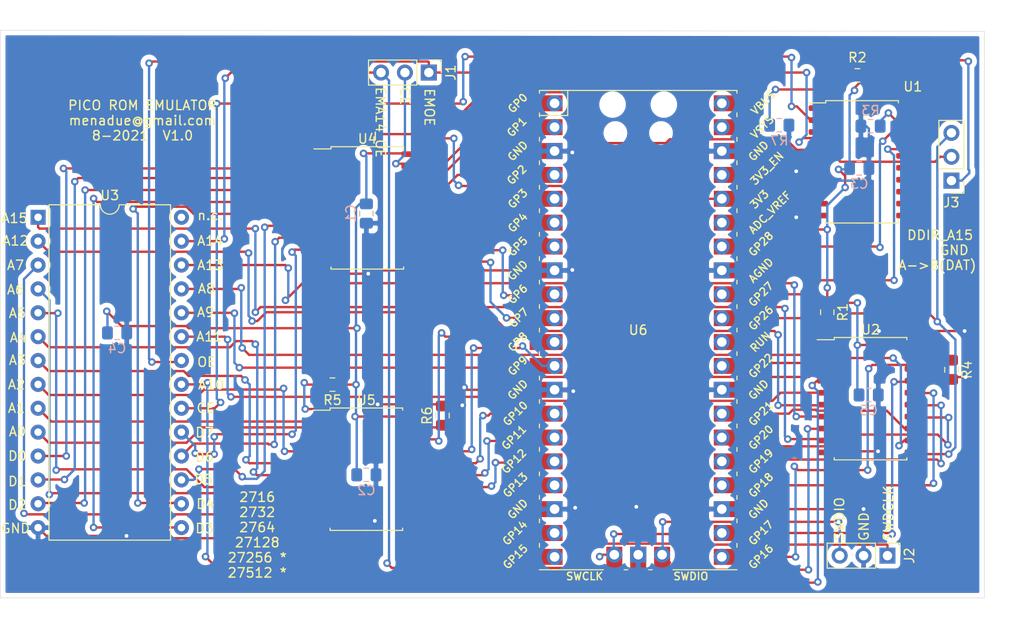
<source format=kicad_pcb>
(kicad_pcb (version 20171130) (host pcbnew 5.1.5+dfsg1-2build2)
  (layers (0 F.Cu signal) (31 B.Cu signal) (34 B.Paste user) (35 F.Paste user) (36 B.SilkS user) (37 F.SilkS user) (38 B.Mask user) (39 F.Mask user) (44 Edge.Cuts user))
  (net 0 "")
  (net 1 "Net-(J1-Pad2)")
  (net 2 EMOE)
  (net 3 "Net-(R1-Pad2)")
  (net 4 +3V3)
  (net 5 "Net-(R2-Pad2)")
  (net 6 GND)
  (net 7 "Net-(R3-Pad1)")
  (net 8 "Net-(R4-Pad1)")
  (net 9 "Net-(R5-Pad2)")
  (net 10 "Net-(R6-Pad1)")
  (net 11 CE)
  (net 12 OE)
  (net 13 EMCE)
  (net 14 A8)
  (net 15 A9)
  (net 16 A10)
  (net 17 A11)
  (net 18 A12)
  (net 19 A13)
  (net 20 A14)
  (net 21 EMA15)
  (net 22 EMA13)
  (net 23 EMA12)
  (net 24 EMA11)
  (net 25 EMA10)
  (net 26 EMA9)
  (net 27 EMA8)
  (net 28 EMD2)
  (net 29 EMD1)
  (net 30 EMD0)
  (net 31 EMA0)
  (net 32 EMA1)
  (net 33 EMA2)
  (net 34 EMA3)
  (net 35 EMA4)
  (net 36 EMD7)
  (net 37 EMA5)
  (net 38 EMD6)
  (net 39 EMA6)
  (net 40 EMD5)
  (net 41 EMA7)
  (net 42 EMD4)
  (net 43 EMD3)
  (net 44 D0)
  (net 45 D1)
  (net 46 D2)
  (net 47 D3)
  (net 48 D4)
  (net 49 D5)
  (net 50 D6)
  (net 51 D7)
  (net 52 A0)
  (net 53 A1)
  (net 54 A2)
  (net 55 A3)
  (net 56 A4)
  (net 57 A5)
  (net 58 A6)
  (net 59 A7)
  (net 60 "Net-(U6-Pad30)")
  (net 61 "Net-(U6-Pad35)")
  (net 62 "Net-(U6-Pad37)")
  (net 63 "Net-(U6-Pad39)")
  (net 64 "Net-(U6-Pad40)")
  (net 65 EMA14_OE)
  (net 66 "Net-(J3-Pad1)")
  (net 67 DDIR_A15)
  (net 68 "Net-(J3-Pad2)")
  (net 69 SWDIO)
  (net 70 SWCLK)
  (module Connector_PinHeader_2.54mm:PinHeader_1x03_P2.54mm_Vertical (layer F.Cu) (at 256.7 81.7 180)
    (fp_text reference J3 (at 0 -2.33) (layer F.SilkS))
    (fp_text value Conn_01x03_Female)
    (pad 3 thru_hole oval (at 0 5.08 180) (size 1.7 1.7) (drill 1) (layers *.Cu *.Mask) (net 67 DDIR_A15))
    (pad 2 thru_hole oval (at 0 2.54 180) (size 1.7 1.7) (drill 1) (layers *.Cu *.Mask) (net 68 "Net-(J3-Pad2)"))
    (pad 1 thru_hole rect (at 0 0 180) (size 1.7 1.7) (drill 1) (layers *.Cu *.Mask) (net 66 "Net-(J3-Pad1)"))
  )
  (module Resistor_SMD:R_0805_2012Metric_Pad1.15x1.40mm_HandSolder (layer B.Cu) (at 238.4 75.8)
    (fp_text reference R7 (at 0 1.65) (layer B.SilkS) (effects (justify mirror)))
    (fp_text value R_Small)
    (pad 2 smd roundrect (at 1.025 0) (size 1.15 1.4) (layers B.Cu B.Paste B.Mask) (roundrect_rratio 0.217391) (net 6 GND))
    (pad 1 smd roundrect (at -1.025 0) (size 1.15 1.4) (layers B.Cu B.Paste B.Mask) (roundrect_rratio 0.217391) (net 66 "Net-(J3-Pad1)"))
  )
  (module Connector_PinHeader_2.54mm:PinHeader_1x03_P2.54mm_Vertical (layer F.Cu) (at 249.9 121.6 270)
    (fp_text reference J2 (at 0 -2.33 90) (layer F.SilkS))
    (fp_text value Conn_01x03_Female)
    (pad 3 thru_hole oval (at 0 5.08 270) (size 1.7 1.7) (drill 1) (layers *.Cu *.Mask) (net 69 SWDIO))
    (pad 2 thru_hole oval (at 0 2.54 270) (size 1.7 1.7) (drill 1) (layers *.Cu *.Mask) (net 6 GND))
    (pad 1 thru_hole rect (at 0 0 270) (size 1.7 1.7) (drill 1) (layers *.Cu *.Mask) (net 70 SWCLK))
  )
  (module Capacitor_SMD:C_0805_2012Metric_Pad1.15x1.40mm_HandSolder (layer B.Cu) (at 247.9 104.5)
    (fp_text reference C5 (at 0 1.65) (layer B.SilkS) (effects (justify mirror)))
    (fp_text value C_Small)
    (pad 2 smd roundrect (at 1.025 0) (size 1.15 1.4) (layers B.Cu B.Paste B.Mask) (roundrect_rratio 0.217391) (net 6 GND))
    (pad 1 smd roundrect (at -1.025 0) (size 1.15 1.4) (layers B.Cu B.Paste B.Mask) (roundrect_rratio 0.217391) (net 4 +3V3))
  )
  (module Capacitor_SMD:C_0805_2012Metric_Pad1.15x1.40mm_HandSolder (layer B.Cu) (at 168 97.9)
    (fp_text reference C4 (at 0 1.65) (layer B.SilkS) (effects (justify mirror)))
    (fp_text value C_Small)
    (pad 2 smd roundrect (at 1.025 0) (size 1.15 1.4) (layers B.Cu B.Paste B.Mask) (roundrect_rratio 0.217391) (net 6 GND))
    (pad 1 smd roundrect (at -1.025 0) (size 1.15 1.4) (layers B.Cu B.Paste B.Mask) (roundrect_rratio 0.217391) (net 4 +3V3))
  )
  (module Capacitor_SMD:C_0805_2012Metric_Pad1.15x1.40mm_HandSolder (layer B.Cu) (at 246.9 80.4)
    (fp_text reference C3 (at 0 1.65) (layer B.SilkS) (effects (justify mirror)))
    (fp_text value C_Small)
    (pad 2 smd roundrect (at 1.025 0) (size 1.15 1.4) (layers B.Cu B.Paste B.Mask) (roundrect_rratio 0.217391) (net 6 GND))
    (pad 1 smd roundrect (at -1.025 0) (size 1.15 1.4) (layers B.Cu B.Paste B.Mask) (roundrect_rratio 0.217391) (net 4 +3V3))
  )
  (module Capacitor_SMD:C_0805_2012Metric_Pad1.15x1.40mm_HandSolder (layer B.Cu) (at 194.5 113)
    (fp_text reference C2 (at 0 1.65) (layer B.SilkS) (effects (justify mirror)))
    (fp_text value C_Small)
    (pad 2 smd roundrect (at 1.025 0) (size 1.15 1.4) (layers B.Cu B.Paste B.Mask) (roundrect_rratio 0.217391) (net 6 GND))
    (pad 1 smd roundrect (at -1.025 0) (size 1.15 1.4) (layers B.Cu B.Paste B.Mask) (roundrect_rratio 0.217391) (net 4 +3V3))
  )
  (module Capacitor_SMD:C_0805_2012Metric_Pad1.15x1.40mm_HandSolder (layer B.Cu) (at 194.5 85.2 270)
    (fp_text reference C1 (at 0 1.65 90) (layer B.SilkS) (effects (justify mirror)))
    (fp_text value C_Small)
    (pad 2 smd roundrect (at 1.025 0 270) (size 1.15 1.4) (layers B.Cu B.Paste B.Mask) (roundrect_rratio 0.217391) (net 6 GND))
    (pad 1 smd roundrect (at -1.025 0 270) (size 1.15 1.4) (layers B.Cu B.Paste B.Mask) (roundrect_rratio 0.217391) (net 4 +3V3))
  )
  (module rp2040:RPi_Pico_SMD_TH (layer F.Cu) (at 223.4 97.6)
    (fp_text reference U6 (at 0 0) (layer F.SilkS))
    (fp_text value Pico)
    (fp_text user SWDIO (at 5.6 26.2) (layer F.SilkS) (effects (font (size 0.8 0.8))))
    (fp_text user SWCLK (at -5.7 26.2) (layer F.SilkS) (effects (font (size 0.8 0.8))))
    (fp_text user AGND (at 13.054 -6.35 45) (layer F.SilkS) (effects (font (size 0.8 0.8))))
    (fp_text user GND (at 12.8 -19.05 45) (layer F.SilkS) (effects (font (size 0.8 0.8))))
    (fp_text user GND (at 12.8 6.35 45) (layer F.SilkS) (effects (font (size 0.8 0.8))))
    (fp_text user GND (at 12.8 19.05 45) (layer F.SilkS) (effects (font (size 0.8 0.8))))
    (fp_text user GND (at -12.8 19.05 45) (layer F.SilkS) (effects (font (size 0.8 0.8))))
    (fp_text user GND (at -12.8 6.35 45) (layer F.SilkS) (effects (font (size 0.8 0.8))))
    (fp_text user GND (at -12.8 -6.35 45) (layer F.SilkS) (effects (font (size 0.8 0.8))))
    (fp_text user GND (at -12.8 -19.05 45) (layer F.SilkS) (effects (font (size 0.8 0.8))))
    (fp_text user VBUS (at 13.3 -24.2 45) (layer F.SilkS) (effects (font (size 0.8 0.8))))
    (fp_text user VSYS (at 13.2 -21.59 45) (layer F.SilkS) (effects (font (size 0.8 0.8))))
    (fp_text user 3V3_EN (at 13.7 -17.2 45) (layer F.SilkS) (effects (font (size 0.8 0.8))))
    (fp_text user 3V3 (at 12.9 -13.9 45) (layer F.SilkS) (effects (font (size 0.8 0.8))))
    (fp_text user ADC_VREF (at 14 -12.5 45) (layer F.SilkS) (effects (font (size 0.8 0.8))))
    (fp_text user GP28 (at 13.054 -9.144 45) (layer F.SilkS) (effects (font (size 0.8 0.8))))
    (fp_text user GP27 (at 13.054 -3.8 45) (layer F.SilkS) (effects (font (size 0.8 0.8))))
    (fp_text user GP26 (at 13.054 -1.27 45) (layer F.SilkS) (effects (font (size 0.8 0.8))))
    (fp_text user RUN (at 13 1.27 45) (layer F.SilkS) (effects (font (size 0.8 0.8))))
    (fp_text user GP22 (at 13.054 3.81 45) (layer F.SilkS) (effects (font (size 0.8 0.8))))
    (fp_text user GP21 (at 13.054 8.9 45) (layer F.SilkS) (effects (font (size 0.8 0.8))))
    (fp_text user GP20 (at 13.054 11.43 45) (layer F.SilkS) (effects (font (size 0.8 0.8))))
    (fp_text user GP19 (at 13.054 13.97 45) (layer F.SilkS) (effects (font (size 0.8 0.8))))
    (fp_text user GP18 (at 13.054 16.51 45) (layer F.SilkS) (effects (font (size 0.8 0.8))))
    (fp_text user GP17 (at 13.054 21.59 45) (layer F.SilkS) (effects (font (size 0.8 0.8))))
    (fp_text user GP16 (at 13.054 24.13 45) (layer F.SilkS) (effects (font (size 0.8 0.8))))
    (fp_text user GP15 (at -13.054 24.13 45) (layer F.SilkS) (effects (font (size 0.8 0.8))))
    (fp_text user GP14 (at -13.1 21.59 45) (layer F.SilkS) (effects (font (size 0.8 0.8))))
    (fp_text user GP13 (at -13.054 16.51 45) (layer F.SilkS) (effects (font (size 0.8 0.8))))
    (fp_text user GP12 (at -13.2 13.97 45) (layer F.SilkS) (effects (font (size 0.8 0.8))))
    (fp_text user GP11 (at -13.2 11.43 45) (layer F.SilkS) (effects (font (size 0.8 0.8))))
    (fp_text user GP10 (at -13.054 8.89 45) (layer F.SilkS) (effects (font (size 0.8 0.8))))
    (fp_text user GP9 (at -12.8 3.81 45) (layer F.SilkS) (effects (font (size 0.8 0.8))))
    (fp_text user GP8 (at -12.8 1.27 45) (layer F.SilkS) (effects (font (size 0.8 0.8))))
    (fp_text user GP7 (at -12.7 -1.3 45) (layer F.SilkS) (effects (font (size 0.8 0.8))))
    (fp_text user GP6 (at -12.8 -3.81 45) (layer F.SilkS) (effects (font (size 0.8 0.8))))
    (fp_text user GP5 (at -12.8 -8.89 45) (layer F.SilkS) (effects (font (size 0.8 0.8))))
    (fp_text user GP4 (at -12.8 -11.43 45) (layer F.SilkS) (effects (font (size 0.8 0.8))))
    (fp_text user GP3 (at -12.8 -13.97 45) (layer F.SilkS) (effects (font (size 0.8 0.8))))
    (fp_text user GP0 (at -12.8 -24.13 45) (layer F.SilkS) (effects (font (size 0.8 0.8))))
    (fp_text user GP2 (at -12.9 -16.51 45) (layer F.SilkS) (effects (font (size 0.8 0.8))))
    (fp_text user GP1 (at -12.9 -21.6 45) (layer F.SilkS) (effects (font (size 0.8 0.8))))
    (pad 43 thru_hole oval (at 2.54 23.9) (size 1.7 1.7) (drill 1.02) (layers *.Cu *.Mask) (net 69 SWDIO))
    (pad 43 smd rect (at 2.54 23.9 90) (size 3.5 1.7) (drill (offset -0.9 0)) (layers F.Cu F.Mask) (net 69 SWDIO))
    (pad 42 thru_hole rect (at 0 23.9) (size 1.7 1.7) (drill 1.02) (layers *.Cu *.Mask) (net 6 GND))
    (pad 42 smd rect (at 0 23.9 90) (size 3.5 1.7) (drill (offset -0.9 0)) (layers F.Cu F.Mask) (net 6 GND))
    (pad 41 thru_hole oval (at -2.54 23.9) (size 1.7 1.7) (drill 1.02) (layers *.Cu *.Mask) (net 70 SWCLK))
    (pad 41 smd rect (at -2.54 23.9 90) (size 3.5 1.7) (drill (offset -0.9 0)) (layers F.Cu F.Mask) (net 70 SWCLK))
    (pad "" np_thru_hole oval (at 2.425 -20.97) (size 1.5 1.5) (drill 1.5) (layers *.Cu *.Mask))
    (pad "" np_thru_hole oval (at -2.425 -20.97) (size 1.5 1.5) (drill 1.5) (layers *.Cu *.Mask))
    (pad "" np_thru_hole oval (at 2.725 -24) (size 1.8 1.8) (drill 1.8) (layers *.Cu *.Mask))
    (pad "" np_thru_hole oval (at -2.725 -24) (size 1.8 1.8) (drill 1.8) (layers *.Cu *.Mask))
    (pad 21 smd rect (at 8.89 24.13) (size 3.5 1.7) (drill (offset 0.9 0)) (layers F.Cu F.Mask) (net 14 A8))
    (pad 22 smd rect (at 8.89 21.59) (size 3.5 1.7) (drill (offset 0.9 0)) (layers F.Cu F.Mask) (net 15 A9))
    (pad 23 smd rect (at 8.89 19.05) (size 3.5 1.7) (drill (offset 0.9 0)) (layers F.Cu F.Mask) (net 6 GND))
    (pad 24 smd rect (at 8.89 16.51) (size 3.5 1.7) (drill (offset 0.9 0)) (layers F.Cu F.Mask) (net 16 A10))
    (pad 25 smd rect (at 8.89 13.97) (size 3.5 1.7) (drill (offset 0.9 0)) (layers F.Cu F.Mask) (net 17 A11))
    (pad 26 smd rect (at 8.89 11.43) (size 3.5 1.7) (drill (offset 0.9 0)) (layers F.Cu F.Mask) (net 18 A12))
    (pad 27 smd rect (at 8.89 8.89) (size 3.5 1.7) (drill (offset 0.9 0)) (layers F.Cu F.Mask) (net 19 A13))
    (pad 28 smd rect (at 8.89 6.35) (size 3.5 1.7) (drill (offset 0.9 0)) (layers F.Cu F.Mask) (net 6 GND))
    (pad 29 smd rect (at 8.89 3.81) (size 3.5 1.7) (drill (offset 0.9 0)) (layers F.Cu F.Mask) (net 20 A14))
    (pad 30 smd rect (at 8.89 1.27) (size 3.5 1.7) (drill (offset 0.9 0)) (layers F.Cu F.Mask) (net 60 "Net-(U6-Pad30)"))
    (pad 31 smd rect (at 8.89 -1.27) (size 3.5 1.7) (drill (offset 0.9 0)) (layers F.Cu F.Mask) (net 67 DDIR_A15))
    (pad 32 smd rect (at 8.89 -3.81) (size 3.5 1.7) (drill (offset 0.9 0)) (layers F.Cu F.Mask) (net 12 OE))
    (pad 33 smd rect (at 8.89 -6.35) (size 3.5 1.7) (drill (offset 0.9 0)) (layers F.Cu F.Mask) (net 6 GND))
    (pad 34 smd rect (at 8.89 -8.89) (size 3.5 1.7) (drill (offset 0.9 0)) (layers F.Cu F.Mask) (net 11 CE))
    (pad 35 smd rect (at 8.89 -11.43) (size 3.5 1.7) (drill (offset 0.9 0)) (layers F.Cu F.Mask) (net 61 "Net-(U6-Pad35)"))
    (pad 36 smd rect (at 8.89 -13.97) (size 3.5 1.7) (drill (offset 0.9 0)) (layers F.Cu F.Mask) (net 4 +3V3))
    (pad 37 smd rect (at 8.89 -16.51) (size 3.5 1.7) (drill (offset 0.9 0)) (layers F.Cu F.Mask) (net 62 "Net-(U6-Pad37)"))
    (pad 38 smd rect (at 8.89 -19.05) (size 3.5 1.7) (drill (offset 0.9 0)) (layers F.Cu F.Mask) (net 6 GND))
    (pad 39 smd rect (at 8.89 -21.59) (size 3.5 1.7) (drill (offset 0.9 0)) (layers F.Cu F.Mask) (net 63 "Net-(U6-Pad39)"))
    (pad 40 smd rect (at 8.89 -24.13) (size 3.5 1.7) (drill (offset 0.9 0)) (layers F.Cu F.Mask) (net 64 "Net-(U6-Pad40)"))
    (pad 20 smd rect (at -8.89 24.13) (size 3.5 1.7) (drill (offset -0.9 0)) (layers F.Cu F.Mask) (net 59 A7))
    (pad 19 smd rect (at -8.89 21.59) (size 3.5 1.7) (drill (offset -0.9 0)) (layers F.Cu F.Mask) (net 58 A6))
    (pad 18 smd rect (at -8.89 19.05) (size 3.5 1.7) (drill (offset -0.9 0)) (layers F.Cu F.Mask) (net 6 GND))
    (pad 17 smd rect (at -8.89 16.51) (size 3.5 1.7) (drill (offset -0.9 0)) (layers F.Cu F.Mask) (net 57 A5))
    (pad 16 smd rect (at -8.89 13.97) (size 3.5 1.7) (drill (offset -0.9 0)) (layers F.Cu F.Mask) (net 56 A4))
    (pad 15 smd rect (at -8.89 11.43) (size 3.5 1.7) (drill (offset -0.9 0)) (layers F.Cu F.Mask) (net 55 A3))
    (pad 14 smd rect (at -8.89 8.89) (size 3.5 1.7) (drill (offset -0.9 0)) (layers F.Cu F.Mask) (net 54 A2))
    (pad 13 smd rect (at -8.89 6.35) (size 3.5 1.7) (drill (offset -0.9 0)) (layers F.Cu F.Mask) (net 6 GND))
    (pad 12 smd rect (at -8.89 3.81) (size 3.5 1.7) (drill (offset -0.9 0)) (layers F.Cu F.Mask) (net 53 A1))
    (pad 11 smd rect (at -8.89 1.27) (size 3.5 1.7) (drill (offset -0.9 0)) (layers F.Cu F.Mask) (net 52 A0))
    (pad 10 smd rect (at -8.89 -1.27) (size 3.5 1.7) (drill (offset -0.9 0)) (layers F.Cu F.Mask) (net 51 D7))
    (pad 9 smd rect (at -8.89 -3.81) (size 3.5 1.7) (drill (offset -0.9 0)) (layers F.Cu F.Mask) (net 50 D6))
    (pad 8 smd rect (at -8.89 -6.35) (size 3.5 1.7) (drill (offset -0.9 0)) (layers F.Cu F.Mask) (net 6 GND))
    (pad 7 smd rect (at -8.89 -8.89) (size 3.5 1.7) (drill (offset -0.9 0)) (layers F.Cu F.Mask) (net 49 D5))
    (pad 6 smd rect (at -8.89 -11.43) (size 3.5 1.7) (drill (offset -0.9 0)) (layers F.Cu F.Mask) (net 48 D4))
    (pad 5 smd rect (at -8.89 -13.97) (size 3.5 1.7) (drill (offset -0.9 0)) (layers F.Cu F.Mask) (net 47 D3))
    (pad 4 smd rect (at -8.89 -16.51) (size 3.5 1.7) (drill (offset -0.9 0)) (layers F.Cu F.Mask) (net 46 D2))
    (pad 3 smd rect (at -8.89 -19.05) (size 3.5 1.7) (drill (offset -0.9 0)) (layers F.Cu F.Mask) (net 6 GND))
    (pad 2 smd rect (at -8.89 -21.59) (size 3.5 1.7) (drill (offset -0.9 0)) (layers F.Cu F.Mask) (net 45 D1))
    (pad 1 smd rect (at -8.89 -24.13) (size 3.5 1.7) (drill (offset -0.9 0)) (layers F.Cu F.Mask) (net 44 D0))
    (pad 40 thru_hole oval (at 8.89 -24.13) (size 1.7 1.7) (drill 1.02) (layers *.Cu *.Mask) (net 64 "Net-(U6-Pad40)"))
    (pad 39 thru_hole oval (at 8.89 -21.59) (size 1.7 1.7) (drill 1.02) (layers *.Cu *.Mask) (net 63 "Net-(U6-Pad39)"))
    (pad 38 thru_hole rect (at 8.89 -19.05) (size 1.7 1.7) (drill 1.02) (layers *.Cu *.Mask) (net 6 GND))
    (pad 37 thru_hole oval (at 8.89 -16.51) (size 1.7 1.7) (drill 1.02) (layers *.Cu *.Mask) (net 62 "Net-(U6-Pad37)"))
    (pad 36 thru_hole oval (at 8.89 -13.97) (size 1.7 1.7) (drill 1.02) (layers *.Cu *.Mask) (net 4 +3V3))
    (pad 35 thru_hole oval (at 8.89 -11.43) (size 1.7 1.7) (drill 1.02) (layers *.Cu *.Mask) (net 61 "Net-(U6-Pad35)"))
    (pad 34 thru_hole oval (at 8.89 -8.89) (size 1.7 1.7) (drill 1.02) (layers *.Cu *.Mask) (net 11 CE))
    (pad 33 thru_hole rect (at 8.89 -6.35) (size 1.7 1.7) (drill 1.02) (layers *.Cu *.Mask) (net 6 GND))
    (pad 32 thru_hole oval (at 8.89 -3.81) (size 1.7 1.7) (drill 1.02) (layers *.Cu *.Mask) (net 12 OE))
    (pad 31 thru_hole oval (at 8.89 -1.27) (size 1.7 1.7) (drill 1.02) (layers *.Cu *.Mask) (net 67 DDIR_A15))
    (pad 30 thru_hole oval (at 8.89 1.27) (size 1.7 1.7) (drill 1.02) (layers *.Cu *.Mask) (net 60 "Net-(U6-Pad30)"))
    (pad 29 thru_hole oval (at 8.89 3.81) (size 1.7 1.7) (drill 1.02) (layers *.Cu *.Mask) (net 20 A14))
    (pad 28 thru_hole rect (at 8.89 6.35) (size 1.7 1.7) (drill 1.02) (layers *.Cu *.Mask) (net 6 GND))
    (pad 27 thru_hole oval (at 8.89 8.89) (size 1.7 1.7) (drill 1.02) (layers *.Cu *.Mask) (net 19 A13))
    (pad 26 thru_hole oval (at 8.89 11.43) (size 1.7 1.7) (drill 1.02) (layers *.Cu *.Mask) (net 18 A12))
    (pad 25 thru_hole oval (at 8.89 13.97) (size 1.7 1.7) (drill 1.02) (layers *.Cu *.Mask) (net 17 A11))
    (pad 24 thru_hole oval (at 8.89 16.51) (size 1.7 1.7) (drill 1.02) (layers *.Cu *.Mask) (net 16 A10))
    (pad 23 thru_hole rect (at 8.89 19.05) (size 1.7 1.7) (drill 1.02) (layers *.Cu *.Mask) (net 6 GND))
    (pad 22 thru_hole oval (at 8.89 21.59) (size 1.7 1.7) (drill 1.02) (layers *.Cu *.Mask) (net 15 A9))
    (pad 21 thru_hole oval (at 8.89 24.13) (size 1.7 1.7) (drill 1.02) (layers *.Cu *.Mask) (net 14 A8))
    (pad 20 thru_hole oval (at -8.89 24.13) (size 1.7 1.7) (drill 1.02) (layers *.Cu *.Mask) (net 59 A7))
    (pad 19 thru_hole oval (at -8.89 21.59) (size 1.7 1.7) (drill 1.02) (layers *.Cu *.Mask) (net 58 A6))
    (pad 18 thru_hole rect (at -8.89 19.05) (size 1.7 1.7) (drill 1.02) (layers *.Cu *.Mask) (net 6 GND))
    (pad 17 thru_hole oval (at -8.89 16.51) (size 1.7 1.7) (drill 1.02) (layers *.Cu *.Mask) (net 57 A5))
    (pad 16 thru_hole oval (at -8.89 13.97) (size 1.7 1.7) (drill 1.02) (layers *.Cu *.Mask) (net 56 A4))
    (pad 15 thru_hole oval (at -8.89 11.43) (size 1.7 1.7) (drill 1.02) (layers *.Cu *.Mask) (net 55 A3))
    (pad 14 thru_hole oval (at -8.89 8.89) (size 1.7 1.7) (drill 1.02) (layers *.Cu *.Mask) (net 54 A2))
    (pad 13 thru_hole rect (at -8.89 6.35) (size 1.7 1.7) (drill 1.02) (layers *.Cu *.Mask) (net 6 GND))
    (pad 12 thru_hole oval (at -8.89 3.81) (size 1.7 1.7) (drill 1.02) (layers *.Cu *.Mask) (net 53 A1))
    (pad 11 thru_hole oval (at -8.89 1.27) (size 1.7 1.7) (drill 1.02) (layers *.Cu *.Mask) (net 52 A0))
    (pad 10 thru_hole oval (at -8.89 -1.27) (size 1.7 1.7) (drill 1.02) (layers *.Cu *.Mask) (net 51 D7))
    (pad 9 thru_hole oval (at -8.89 -3.81) (size 1.7 1.7) (drill 1.02) (layers *.Cu *.Mask) (net 50 D6))
    (pad 8 thru_hole rect (at -8.89 -6.35) (size 1.7 1.7) (drill 1.02) (layers *.Cu *.Mask) (net 6 GND))
    (pad 7 thru_hole oval (at -8.89 -8.89) (size 1.7 1.7) (drill 1.02) (layers *.Cu *.Mask) (net 49 D5))
    (pad 6 thru_hole oval (at -8.89 -11.43) (size 1.7 1.7) (drill 1.02) (layers *.Cu *.Mask) (net 48 D4))
    (pad 5 thru_hole oval (at -8.89 -13.97) (size 1.7 1.7) (drill 1.02) (layers *.Cu *.Mask) (net 47 D3))
    (pad 4 thru_hole oval (at -8.89 -16.51) (size 1.7 1.7) (drill 1.02) (layers *.Cu *.Mask) (net 46 D2))
    (pad 3 thru_hole rect (at -8.89 -19.05) (size 1.7 1.7) (drill 1.02) (layers *.Cu *.Mask) (net 6 GND))
    (pad 2 thru_hole oval (at -8.89 -21.59) (size 1.7 1.7) (drill 1.02) (layers *.Cu *.Mask) (net 45 D1))
    (pad 1 thru_hole oval (at -8.89 -24.13) (size 1.7 1.7) (drill 1.02) (layers *.Cu *.Mask) (net 44 D0))
  )
  (module Package_SO:SOIC-20W_7.5x12.8mm_P1.27mm (layer F.Cu) (at 194.5 112.4)
    (fp_text reference U5 (at 0 -7.35) (layer F.SilkS))
    (fp_text value 74LS245)
    (pad 20 smd roundrect (at 4.65 -5.715) (size 2.05 0.6) (layers F.Cu F.Paste F.Mask) (net 4 +3V3))
    (pad 19 smd roundrect (at 4.65 -4.445) (size 2.05 0.6) (layers F.Cu F.Paste F.Mask) (net 10 "Net-(R6-Pad1)"))
    (pad 18 smd roundrect (at 4.65 -3.175) (size 2.05 0.6) (layers F.Cu F.Paste F.Mask) (net 52 A0))
    (pad 17 smd roundrect (at 4.65 -1.905) (size 2.05 0.6) (layers F.Cu F.Paste F.Mask) (net 53 A1))
    (pad 16 smd roundrect (at 4.65 -0.635) (size 2.05 0.6) (layers F.Cu F.Paste F.Mask) (net 54 A2))
    (pad 15 smd roundrect (at 4.65 0.635) (size 2.05 0.6) (layers F.Cu F.Paste F.Mask) (net 55 A3))
    (pad 14 smd roundrect (at 4.65 1.905) (size 2.05 0.6) (layers F.Cu F.Paste F.Mask) (net 56 A4))
    (pad 13 smd roundrect (at 4.65 3.175) (size 2.05 0.6) (layers F.Cu F.Paste F.Mask) (net 57 A5))
    (pad 12 smd roundrect (at 4.65 4.445) (size 2.05 0.6) (layers F.Cu F.Paste F.Mask) (net 58 A6))
    (pad 11 smd roundrect (at 4.65 5.715) (size 2.05 0.6) (layers F.Cu F.Paste F.Mask) (net 59 A7))
    (pad 10 smd roundrect (at -4.65 5.715) (size 2.05 0.6) (layers F.Cu F.Paste F.Mask) (net 6 GND))
    (pad 9 smd roundrect (at -4.65 4.445) (size 2.05 0.6) (layers F.Cu F.Paste F.Mask) (net 41 EMA7))
    (pad 8 smd roundrect (at -4.65 3.175) (size 2.05 0.6) (layers F.Cu F.Paste F.Mask) (net 39 EMA6))
    (pad 7 smd roundrect (at -4.65 1.905) (size 2.05 0.6) (layers F.Cu F.Paste F.Mask) (net 37 EMA5))
    (pad 6 smd roundrect (at -4.65 0.635) (size 2.05 0.6) (layers F.Cu F.Paste F.Mask) (net 35 EMA4))
    (pad 5 smd roundrect (at -4.65 -0.635) (size 2.05 0.6) (layers F.Cu F.Paste F.Mask) (net 34 EMA3))
    (pad 4 smd roundrect (at -4.65 -1.905) (size 2.05 0.6) (layers F.Cu F.Paste F.Mask) (net 33 EMA2))
    (pad 3 smd roundrect (at -4.65 -3.175) (size 2.05 0.6) (layers F.Cu F.Paste F.Mask) (net 32 EMA1))
    (pad 2 smd roundrect (at -4.65 -4.445) (size 2.05 0.6) (layers F.Cu F.Paste F.Mask) (net 31 EMA0))
    (pad 1 smd roundrect (at -4.65 -5.715) (size 2.05 0.6) (layers F.Cu F.Paste F.Mask) (net 9 "Net-(R5-Pad2)"))
  )
  (module Package_SO:SOIC-20W_7.5x12.8mm_P1.27mm (layer F.Cu) (at 194.6 84.6)
    (fp_text reference U4 (at 0 -7.35) (layer F.SilkS))
    (fp_text value 74LS245)
    (pad 20 smd roundrect (at 4.65 -5.715) (size 2.05 0.6) (layers F.Cu F.Paste F.Mask) (net 4 +3V3))
    (pad 19 smd roundrect (at 4.65 -4.445) (size 2.05 0.6) (layers F.Cu F.Paste F.Mask) (net 1 "Net-(J1-Pad2)"))
    (pad 18 smd roundrect (at 4.65 -3.175) (size 2.05 0.6) (layers F.Cu F.Paste F.Mask) (net 44 D0))
    (pad 17 smd roundrect (at 4.65 -1.905) (size 2.05 0.6) (layers F.Cu F.Paste F.Mask) (net 45 D1))
    (pad 16 smd roundrect (at 4.65 -0.635) (size 2.05 0.6) (layers F.Cu F.Paste F.Mask) (net 46 D2))
    (pad 15 smd roundrect (at 4.65 0.635) (size 2.05 0.6) (layers F.Cu F.Paste F.Mask) (net 47 D3))
    (pad 14 smd roundrect (at 4.65 1.905) (size 2.05 0.6) (layers F.Cu F.Paste F.Mask) (net 48 D4))
    (pad 13 smd roundrect (at 4.65 3.175) (size 2.05 0.6) (layers F.Cu F.Paste F.Mask) (net 49 D5))
    (pad 12 smd roundrect (at 4.65 4.445) (size 2.05 0.6) (layers F.Cu F.Paste F.Mask) (net 50 D6))
    (pad 11 smd roundrect (at 4.65 5.715) (size 2.05 0.6) (layers F.Cu F.Paste F.Mask) (net 51 D7))
    (pad 10 smd roundrect (at -4.65 5.715) (size 2.05 0.6) (layers F.Cu F.Paste F.Mask) (net 6 GND))
    (pad 9 smd roundrect (at -4.65 4.445) (size 2.05 0.6) (layers F.Cu F.Paste F.Mask) (net 36 EMD7))
    (pad 8 smd roundrect (at -4.65 3.175) (size 2.05 0.6) (layers F.Cu F.Paste F.Mask) (net 38 EMD6))
    (pad 7 smd roundrect (at -4.65 1.905) (size 2.05 0.6) (layers F.Cu F.Paste F.Mask) (net 40 EMD5))
    (pad 6 smd roundrect (at -4.65 0.635) (size 2.05 0.6) (layers F.Cu F.Paste F.Mask) (net 42 EMD4))
    (pad 5 smd roundrect (at -4.65 -0.635) (size 2.05 0.6) (layers F.Cu F.Paste F.Mask) (net 43 EMD3))
    (pad 4 smd roundrect (at -4.65 -1.905) (size 2.05 0.6) (layers F.Cu F.Paste F.Mask) (net 28 EMD2))
    (pad 3 smd roundrect (at -4.65 -3.175) (size 2.05 0.6) (layers F.Cu F.Paste F.Mask) (net 29 EMD1))
    (pad 2 smd roundrect (at -4.65 -4.445) (size 2.05 0.6) (layers F.Cu F.Paste F.Mask) (net 30 EMD0))
    (pad 1 smd roundrect (at -4.65 -5.715) (size 2.05 0.6) (layers F.Cu F.Paste F.Mask) (net 68 "Net-(J3-Pad2)"))
  )
  (module Package_DIP:DIP-28_W15.24mm (layer F.Cu) (at 159.6 85.6)
    (fp_text reference U3 (at 7.62 -2.33) (layer F.SilkS))
    (fp_text value 27C512)
    (pad 28 thru_hole oval (at 15.24 0) (size 1.6 1.6) (drill 0.8) (layers *.Cu *.Mask))
    (pad 14 thru_hole oval (at 0 33.02) (size 1.6 1.6) (drill 0.8) (layers *.Cu *.Mask) (net 6 GND))
    (pad 27 thru_hole oval (at 15.24 2.54) (size 1.6 1.6) (drill 0.8) (layers *.Cu *.Mask) (net 65 EMA14_OE))
    (pad 13 thru_hole oval (at 0 30.48) (size 1.6 1.6) (drill 0.8) (layers *.Cu *.Mask) (net 28 EMD2))
    (pad 26 thru_hole oval (at 15.24 5.08) (size 1.6 1.6) (drill 0.8) (layers *.Cu *.Mask) (net 22 EMA13))
    (pad 12 thru_hole oval (at 0 27.94) (size 1.6 1.6) (drill 0.8) (layers *.Cu *.Mask) (net 29 EMD1))
    (pad 25 thru_hole oval (at 15.24 7.62) (size 1.6 1.6) (drill 0.8) (layers *.Cu *.Mask) (net 27 EMA8))
    (pad 11 thru_hole oval (at 0 25.4) (size 1.6 1.6) (drill 0.8) (layers *.Cu *.Mask) (net 30 EMD0))
    (pad 24 thru_hole oval (at 15.24 10.16) (size 1.6 1.6) (drill 0.8) (layers *.Cu *.Mask) (net 26 EMA9))
    (pad 10 thru_hole oval (at 0 22.86) (size 1.6 1.6) (drill 0.8) (layers *.Cu *.Mask) (net 31 EMA0))
    (pad 23 thru_hole oval (at 15.24 12.7) (size 1.6 1.6) (drill 0.8) (layers *.Cu *.Mask) (net 24 EMA11))
    (pad 9 thru_hole oval (at 0 20.32) (size 1.6 1.6) (drill 0.8) (layers *.Cu *.Mask) (net 32 EMA1))
    (pad 22 thru_hole oval (at 15.24 15.24) (size 1.6 1.6) (drill 0.8) (layers *.Cu *.Mask) (net 2 EMOE))
    (pad 8 thru_hole oval (at 0 17.78) (size 1.6 1.6) (drill 0.8) (layers *.Cu *.Mask) (net 33 EMA2))
    (pad 21 thru_hole oval (at 15.24 17.78) (size 1.6 1.6) (drill 0.8) (layers *.Cu *.Mask) (net 25 EMA10))
    (pad 7 thru_hole oval (at 0 15.24) (size 1.6 1.6) (drill 0.8) (layers *.Cu *.Mask) (net 34 EMA3))
    (pad 20 thru_hole oval (at 15.24 20.32) (size 1.6 1.6) (drill 0.8) (layers *.Cu *.Mask) (net 13 EMCE))
    (pad 6 thru_hole oval (at 0 12.7) (size 1.6 1.6) (drill 0.8) (layers *.Cu *.Mask) (net 35 EMA4))
    (pad 19 thru_hole oval (at 15.24 22.86) (size 1.6 1.6) (drill 0.8) (layers *.Cu *.Mask) (net 36 EMD7))
    (pad 5 thru_hole oval (at 0 10.16) (size 1.6 1.6) (drill 0.8) (layers *.Cu *.Mask) (net 37 EMA5))
    (pad 18 thru_hole oval (at 15.24 25.4) (size 1.6 1.6) (drill 0.8) (layers *.Cu *.Mask) (net 38 EMD6))
    (pad 4 thru_hole oval (at 0 7.62) (size 1.6 1.6) (drill 0.8) (layers *.Cu *.Mask) (net 39 EMA6))
    (pad 17 thru_hole oval (at 15.24 27.94) (size 1.6 1.6) (drill 0.8) (layers *.Cu *.Mask) (net 40 EMD5))
    (pad 3 thru_hole oval (at 0 5.08) (size 1.6 1.6) (drill 0.8) (layers *.Cu *.Mask) (net 41 EMA7))
    (pad 16 thru_hole oval (at 15.24 30.48) (size 1.6 1.6) (drill 0.8) (layers *.Cu *.Mask) (net 42 EMD4))
    (pad 2 thru_hole oval (at 0 2.54) (size 1.6 1.6) (drill 0.8) (layers *.Cu *.Mask) (net 23 EMA12))
    (pad 15 thru_hole oval (at 15.24 33.02) (size 1.6 1.6) (drill 0.8) (layers *.Cu *.Mask) (net 43 EMD3))
    (pad 1 thru_hole rect (at 0 0) (size 1.6 1.6) (drill 0.8) (layers *.Cu *.Mask) (net 21 EMA15))
  )
  (module Package_SO:SOIC-20W_7.5x12.8mm_P1.27mm (layer F.Cu) (at 248.1 104.9)
    (fp_text reference U2 (at 0 -7.35) (layer F.SilkS))
    (fp_text value 74LS245)
    (pad 20 smd roundrect (at 4.65 -5.715) (size 2.05 0.6) (layers F.Cu F.Paste F.Mask) (net 4 +3V3))
    (pad 19 smd roundrect (at 4.65 -4.445) (size 2.05 0.6) (layers F.Cu F.Paste F.Mask) (net 8 "Net-(R4-Pad1)"))
    (pad 18 smd roundrect (at 4.65 -3.175) (size 2.05 0.6) (layers F.Cu F.Paste F.Mask) (net 14 A8))
    (pad 17 smd roundrect (at 4.65 -1.905) (size 2.05 0.6) (layers F.Cu F.Paste F.Mask) (net 15 A9))
    (pad 16 smd roundrect (at 4.65 -0.635) (size 2.05 0.6) (layers F.Cu F.Paste F.Mask) (net 16 A10))
    (pad 15 smd roundrect (at 4.65 0.635) (size 2.05 0.6) (layers F.Cu F.Paste F.Mask) (net 17 A11))
    (pad 14 smd roundrect (at 4.65 1.905) (size 2.05 0.6) (layers F.Cu F.Paste F.Mask) (net 18 A12))
    (pad 13 smd roundrect (at 4.65 3.175) (size 2.05 0.6) (layers F.Cu F.Paste F.Mask) (net 19 A13))
    (pad 12 smd roundrect (at 4.65 4.445) (size 2.05 0.6) (layers F.Cu F.Paste F.Mask) (net 20 A14))
    (pad 11 smd roundrect (at 4.65 5.715) (size 2.05 0.6) (layers F.Cu F.Paste F.Mask) (net 67 DDIR_A15))
    (pad 10 smd roundrect (at -4.65 5.715) (size 2.05 0.6) (layers F.Cu F.Paste F.Mask) (net 6 GND))
    (pad 9 smd roundrect (at -4.65 4.445) (size 2.05 0.6) (layers F.Cu F.Paste F.Mask) (net 21 EMA15))
    (pad 8 smd roundrect (at -4.65 3.175) (size 2.05 0.6) (layers F.Cu F.Paste F.Mask) (net 65 EMA14_OE))
    (pad 7 smd roundrect (at -4.65 1.905) (size 2.05 0.6) (layers F.Cu F.Paste F.Mask) (net 22 EMA13))
    (pad 6 smd roundrect (at -4.65 0.635) (size 2.05 0.6) (layers F.Cu F.Paste F.Mask) (net 23 EMA12))
    (pad 5 smd roundrect (at -4.65 -0.635) (size 2.05 0.6) (layers F.Cu F.Paste F.Mask) (net 24 EMA11))
    (pad 4 smd roundrect (at -4.65 -1.905) (size 2.05 0.6) (layers F.Cu F.Paste F.Mask) (net 25 EMA10))
    (pad 3 smd roundrect (at -4.65 -3.175) (size 2.05 0.6) (layers F.Cu F.Paste F.Mask) (net 26 EMA9))
    (pad 2 smd roundrect (at -4.65 -4.445) (size 2.05 0.6) (layers F.Cu F.Paste F.Mask) (net 27 EMA8))
    (pad 1 smd roundrect (at -4.65 -5.715) (size 2.05 0.6) (layers F.Cu F.Paste F.Mask) (net 3 "Net-(R1-Pad2)"))
  )
  (module Package_SO:SOIC-20W_7.5x12.8mm_P1.27mm (layer F.Cu) (at 247.2 79.7)
    (fp_text reference U1 (at 5.4 -8) (layer F.SilkS))
    (fp_text value 74LS245)
    (pad 20 smd roundrect (at 4.65 -5.715) (size 2.05 0.6) (layers F.Cu F.Paste F.Mask) (net 4 +3V3))
    (pad 19 smd roundrect (at 4.65 -4.445) (size 2.05 0.6) (layers F.Cu F.Paste F.Mask) (net 7 "Net-(R3-Pad1)"))
    (pad 18 smd roundrect (at 4.65 -3.175) (size 2.05 0.6) (layers F.Cu F.Paste F.Mask) (net 11 CE))
    (pad 17 smd roundrect (at 4.65 -1.905) (size 2.05 0.6) (layers F.Cu F.Paste F.Mask) (net 12 OE))
    (pad 16 smd roundrect (at 4.65 -0.635) (size 2.05 0.6) (layers F.Cu F.Paste F.Mask))
    (pad 15 smd roundrect (at 4.65 0.635) (size 2.05 0.6) (layers F.Cu F.Paste F.Mask))
    (pad 14 smd roundrect (at 4.65 1.905) (size 2.05 0.6) (layers F.Cu F.Paste F.Mask))
    (pad 13 smd roundrect (at 4.65 3.175) (size 2.05 0.6) (layers F.Cu F.Paste F.Mask))
    (pad 12 smd roundrect (at 4.65 4.445) (size 2.05 0.6) (layers F.Cu F.Paste F.Mask))
    (pad 11 smd roundrect (at 4.65 5.715) (size 2.05 0.6) (layers F.Cu F.Paste F.Mask))
    (pad 10 smd roundrect (at -4.65 5.715) (size 2.05 0.6) (layers F.Cu F.Paste F.Mask) (net 6 GND))
    (pad 9 smd roundrect (at -4.65 4.445) (size 2.05 0.6) (layers F.Cu F.Paste F.Mask))
    (pad 8 smd roundrect (at -4.65 3.175) (size 2.05 0.6) (layers F.Cu F.Paste F.Mask))
    (pad 7 smd roundrect (at -4.65 1.905) (size 2.05 0.6) (layers F.Cu F.Paste F.Mask))
    (pad 6 smd roundrect (at -4.65 0.635) (size 2.05 0.6) (layers F.Cu F.Paste F.Mask))
    (pad 5 smd roundrect (at -4.65 -0.635) (size 2.05 0.6) (layers F.Cu F.Paste F.Mask))
    (pad 4 smd roundrect (at -4.65 -1.905) (size 2.05 0.6) (layers F.Cu F.Paste F.Mask))
    (pad 3 smd roundrect (at -4.65 -3.175) (size 2.05 0.6) (layers F.Cu F.Paste F.Mask) (net 2 EMOE))
    (pad 2 smd roundrect (at -4.65 -4.445) (size 2.05 0.6) (layers F.Cu F.Paste F.Mask) (net 13 EMCE))
    (pad 1 smd roundrect (at -4.65 -5.715) (size 2.05 0.6) (layers F.Cu F.Paste F.Mask) (net 5 "Net-(R2-Pad2)"))
  )
  (module Resistor_SMD:R_0805_2012Metric_Pad1.15x1.40mm_HandSolder (layer F.Cu) (at 202.6 106.7 90)
    (fp_text reference R6 (at 0 -1.65 90) (layer F.SilkS))
    (fp_text value R_Small)
    (pad 2 smd roundrect (at 1.025 0 90) (size 1.15 1.4) (layers F.Cu F.Paste F.Mask) (roundrect_rratio 0.217391) (net 6 GND))
    (pad 1 smd roundrect (at -1.025 0 90) (size 1.15 1.4) (layers F.Cu F.Paste F.Mask) (roundrect_rratio 0.217391) (net 10 "Net-(R6-Pad1)"))
  )
  (module Resistor_SMD:R_0805_2012Metric_Pad1.15x1.40mm_HandSolder (layer F.Cu) (at 190.9 103.4 180)
    (fp_text reference R5 (at 0 -1.65) (layer F.SilkS))
    (fp_text value R_Small)
    (pad 2 smd roundrect (at 1.025 0 180) (size 1.15 1.4) (layers F.Cu F.Paste F.Mask) (roundrect_rratio 0.217391) (net 9 "Net-(R5-Pad2)"))
    (pad 1 smd roundrect (at -1.025 0 180) (size 1.15 1.4) (layers F.Cu F.Paste F.Mask) (roundrect_rratio 0.217391) (net 4 +3V3))
  )
  (module Resistor_SMD:R_0805_2012Metric_Pad1.15x1.40mm_HandSolder (layer F.Cu) (at 256.7 101.825 270)
    (fp_text reference R4 (at 0 -1.65 90) (layer F.SilkS))
    (fp_text value R_Small)
    (pad 2 smd roundrect (at 1.025 0 270) (size 1.15 1.4) (layers F.Cu F.Paste F.Mask) (roundrect_rratio 0.217391) (net 6 GND))
    (pad 1 smd roundrect (at -1.025 0 270) (size 1.15 1.4) (layers F.Cu F.Paste F.Mask) (roundrect_rratio 0.217391) (net 8 "Net-(R4-Pad1)"))
  )
  (module Resistor_SMD:R_0805_2012Metric_Pad1.15x1.40mm_HandSolder (layer B.Cu) (at 248.1 75.9 180)
    (fp_text reference R3 (at 0 1.65 180) (layer B.SilkS) (effects (justify mirror)))
    (fp_text value R_Small)
    (pad 2 smd roundrect (at 1.025 0 180) (size 1.15 1.4) (layers B.Cu B.Paste B.Mask) (roundrect_rratio 0.217391) (net 6 GND))
    (pad 1 smd roundrect (at -1.025 0 180) (size 1.15 1.4) (layers B.Cu B.Paste B.Mask) (roundrect_rratio 0.217391) (net 7 "Net-(R3-Pad1)"))
  )
  (module Resistor_SMD:R_0805_2012Metric_Pad1.15x1.40mm_HandSolder (layer F.Cu) (at 246.7 70.5 180)
    (fp_text reference R2 (at 0 1.9) (layer F.SilkS))
    (fp_text value R_Small)
    (pad 2 smd roundrect (at 1.025 0 180) (size 1.15 1.4) (layers F.Cu F.Paste F.Mask) (roundrect_rratio 0.217391) (net 5 "Net-(R2-Pad2)"))
    (pad 1 smd roundrect (at -1.025 0 180) (size 1.15 1.4) (layers F.Cu F.Paste F.Mask) (roundrect_rratio 0.217391) (net 4 +3V3))
  )
  (module Resistor_SMD:R_0805_2012Metric_Pad1.15x1.40mm_HandSolder (layer F.Cu) (at 243.5 95.7 270)
    (fp_text reference R1 (at 0 -1.65 90) (layer F.SilkS))
    (fp_text value R_Small)
    (pad 2 smd roundrect (at 1.025 0 270) (size 1.15 1.4) (layers F.Cu F.Paste F.Mask) (roundrect_rratio 0.217391) (net 3 "Net-(R1-Pad2)"))
    (pad 1 smd roundrect (at -1.025 0 270) (size 1.15 1.4) (layers F.Cu F.Paste F.Mask) (roundrect_rratio 0.217391) (net 4 +3V3))
  )
  (module Connector_PinHeader_2.54mm:PinHeader_1x03_P2.54mm_Vertical (layer F.Cu) (at 201.14 70.2 270)
    (fp_text reference J1 (at 0 -2.33 90) (layer F.SilkS))
    (fp_text value Conn_01x03_Female)
    (pad 3 thru_hole oval (at 0 5.08 270) (size 1.7 1.7) (drill 1) (layers *.Cu *.Mask) (net 65 EMA14_OE))
    (pad 2 thru_hole oval (at 0 2.54 270) (size 1.7 1.7) (drill 1) (layers *.Cu *.Mask) (net 1 "Net-(J1-Pad2)"))
    (pad 1 thru_hole rect (at 0 0 270) (size 1.7 1.7) (drill 1) (layers *.Cu *.Mask) (net 2 EMOE))
  )
  (gr_text "A->B(DAT)" (at 255.2 90.7) (layer F.SilkS) (effects (font (size 1 1))))
  (gr_text GND (at 257 89.1) (layer F.SilkS) (effects (font (size 1 1))))
  (gr_text DDIR_A15 (at 255.5 87.5) (layer F.SilkS) (effects (font (size 1 1))))
  (gr_text n.c. (at 177.9 85.4) (layer F.SilkS) (effects (font (size 1 1))))
  (gr_text A14 (at 177.9 88.1) (layer F.SilkS) (effects (font (size 1 1))))
  (gr_text A13 (at 177.9 90.7) (layer F.SilkS) (effects (font (size 1 1))))
  (gr_text A8 (at 177.5 93.2) (layer F.SilkS) (effects (font (size 1 1))))
  (gr_text A9 (at 177.4 95.7) (layer F.SilkS) (effects (font (size 1 1))))
  (gr_text A11 (at 177.8 98.3) (layer F.SilkS) (effects (font (size 1 1))))
  (gr_text OE (at 177.5 101) (layer F.SilkS) (effects (font (size 1 1))))
  (gr_text A10 (at 178 103.4) (layer F.SilkS) (effects (font (size 1 1))))
  (gr_text CE (at 177.4 105.9) (layer F.SilkS) (effects (font (size 1 1))))
  (gr_text D7 (at 177.3 108.5) (layer F.SilkS) (effects (font (size 1 1))))
  (gr_text D6 (at 177.3 111.1) (layer F.SilkS) (effects (font (size 1 1))))
  (gr_text D5 (at 177.2 113.5) (layer F.SilkS) (effects (font (size 1 1))))
  (gr_text D4 (at 177.4 116.1) (layer F.SilkS) (effects (font (size 1 1))))
  (gr_text D3 (at 177.3 118.7) (layer F.SilkS) (effects (font (size 1 1))))
  (gr_text GND (at 157.2 118.7) (layer F.SilkS) (effects (font (size 1 1))))
  (gr_text D2 (at 157.4 116.2) (layer F.SilkS) (effects (font (size 1 1))))
  (gr_text D1 (at 157.4 113.7) (layer F.SilkS) (effects (font (size 1 1))))
  (gr_text D0 (at 157.4 111) (layer F.SilkS) (effects (font (size 1 1))))
  (gr_text A15 (at 157.1 85.7) (layer F.SilkS) (effects (font (size 1 1))))
  (gr_text A12 (at 157.2 88.1) (layer F.SilkS) (effects (font (size 1 1))))
  (gr_text A7 (at 157.2 90.7) (layer F.SilkS) (effects (font (size 1 1))))
  (gr_text "2716\n2732\n2764\n27128\n27256 *\n27512 *" (at 182.9 119.4) (layer F.SilkS) (effects (font (size 1 1))))
  (gr_text A6 (at 157.2 93.3) (layer F.SilkS) (effects (font (size 1 1))))
  (gr_text A5 (at 157.4 95.8) (layer F.SilkS) (effects (font (size 1 1))))
  (gr_text A4 (at 157.5 98.4) (layer F.SilkS) (effects (font (size 1 1))))
  (gr_text A3 (at 157.4 100.8) (layer F.SilkS) (effects (font (size 1 1))))
  (gr_text A2 (at 157.3 103.4) (layer F.SilkS) (effects (font (size 1 1))))
  (gr_text A0 (at 157.4 108.4) (layer F.SilkS) (effects (font (size 1 1))))
  (gr_text A1 (at 157.3 105.9) (layer F.SilkS) (effects (font (size 1 1))))
  (gr_text "PICO ROM EMULATOR\nmenadue@gmail.com\n8-2021  V1.0" (at 170.7 75.3) (layer F.SilkS) (effects (font (size 1 1))))
  (gr_text GND (at 247.4 118.5 90) (layer F.SilkS) (effects (font (size 1 1))))
  (gr_text SWDCLK (at 250 117.1 90) (layer F.SilkS) (effects (font (size 1 1))))
  (gr_text SWDIO (at 244.8 117.7 90) (layer F.SilkS) (effects (font (size 1 1))))
  (gr_text CE (at 198.6 72.7 270) (layer F.SilkS) (effects (font (size 1 1))))
  (gr_text EMOE (at 201.2 73.9 270) (layer F.SilkS) (effects (font (size 1 1))))
  (gr_text EMA14_OE (at 196 75.5 270) (layer F.SilkS) (effects (font (size 1 1))))
  (gr_line (start 260.2 126.1) (end 259.5 126.1) (layer Edge.Cuts) (width 0.05))
  (gr_line (start 260.2 65.8) (end 260.2 126.1) (layer Edge.Cuts) (width 0.05))
  (gr_line (start 257.5 65.8) (end 260.2 65.8) (layer Edge.Cuts) (width 0.05))
  (gr_line (start 155.6 65.7) (end 257.5 65.8) (layer Edge.Cuts) (width 0.05))
  (gr_line (start 155.6 126.1) (end 155.6 65.7) (layer Edge.Cuts) (width 0.05))
  (gr_line (start 259.5 126.1) (end 155.6 126.1) (layer Edge.Cuts) (width 0.05))
  (segment (start 198.6 78.929336) (end 197.634999 79.894337) (width 0.25) (layer B.Cu) (net 1))
  (via (at 197.634999 79.894337) (size 0.8) (drill 0.4) (layers F.Cu B.Cu) (net 1))
  (segment (start 198.6 70.2) (end 198.6 78.929336) (width 0.25) (layer B.Cu) (net 1))
  (segment (start 198.989337 79.894337) (end 199.25 80.155) (width 0.25) (layer F.Cu) (net 1))
  (segment (start 197.634999 79.894337) (end 198.989337 79.894337) (width 0.25) (layer F.Cu) (net 1))
  (via (at 241.3 70.2) (size 0.8) (drill 0.4) (layers F.Cu B.Cu) (net 2))
  (segment (start 201.14 70.2) (end 241.3 70.2) (width 0.25) (layer F.Cu) (net 2))
  (via (at 240.5 77.6) (size 0.8) (drill 0.4) (layers F.Cu B.Cu) (net 2))
  (segment (start 241.3 76.8) (end 240.5 77.6) (width 0.25) (layer B.Cu) (net 2))
  (segment (start 241.3 70.2) (end 241.3 76.8) (width 0.25) (layer B.Cu) (net 2))
  (segment (start 242.25 76.825) (end 242.55 76.525) (width 0.25) (layer F.Cu) (net 2))
  (segment (start 241.90501 77.16999) (end 242.25 76.825) (width 0.25) (layer F.Cu) (net 2))
  (segment (start 240.93001 77.16999) (end 241.90501 77.16999) (width 0.25) (layer F.Cu) (net 2))
  (segment (start 240.5 77.6) (end 240.93001 77.16999) (width 0.25) (layer F.Cu) (net 2))
  (segment (start 171.575001 69.024999) (end 171.4 69.2) (width 0.25) (layer F.Cu) (net 2))
  (segment (start 201.14 69.1) (end 201.064999 69.024999) (width 0.25) (layer F.Cu) (net 2))
  (via (at 171.4 69.2) (size 0.8) (drill 0.4) (layers F.Cu B.Cu) (net 2))
  (segment (start 201.064999 69.024999) (end 171.575001 69.024999) (width 0.25) (layer F.Cu) (net 2))
  (segment (start 201.14 70.2) (end 201.14 69.1) (width 0.25) (layer F.Cu) (net 2))
  (via (at 171.7 101) (size 0.8) (drill 0.4) (layers F.Cu B.Cu) (net 2))
  (segment (start 171.4 100.7) (end 171.7 101) (width 0.25) (layer B.Cu) (net 2))
  (segment (start 171.4 69.2) (end 171.4 100.7) (width 0.25) (layer B.Cu) (net 2))
  (segment (start 174.68 101) (end 174.84 100.84) (width 0.25) (layer F.Cu) (net 2))
  (segment (start 171.7 101) (end 174.68 101) (width 0.25) (layer F.Cu) (net 2))
  (segment (start 243.5 99.135) (end 243.45 99.185) (width 0.25) (layer F.Cu) (net 3))
  (segment (start 243.5 96.725) (end 243.5 99.135) (width 0.25) (layer F.Cu) (net 3))
  (segment (start 248.365 70.5) (end 251.85 73.985) (width 0.25) (layer F.Cu) (net 4))
  (segment (start 247.725 70.5) (end 248.365 70.5) (width 0.25) (layer F.Cu) (net 4))
  (via (at 246.7 99.2) (size 0.8) (drill 0.4) (layers F.Cu B.Cu) (net 4))
  (segment (start 246.715 99.185) (end 246.7 99.2) (width 0.25) (layer F.Cu) (net 4))
  (segment (start 252.75 99.185) (end 246.715 99.185) (width 0.25) (layer F.Cu) (net 4))
  (segment (start 246.7 104.325) (end 246.875 104.5) (width 0.25) (layer B.Cu) (net 4))
  (segment (start 246.7 99.2) (end 246.7 104.325) (width 0.25) (layer B.Cu) (net 4))
  (via (at 193.3 106.8) (size 0.8) (drill 0.4) (layers F.Cu B.Cu) (net 4))
  (segment (start 193.475 106.975) (end 193.3 106.8) (width 0.25) (layer B.Cu) (net 4))
  (segment (start 193.475 113) (end 193.475 106.975) (width 0.25) (layer B.Cu) (net 4))
  (segment (start 199.035 106.8) (end 199.15 106.685) (width 0.25) (layer F.Cu) (net 4))
  (segment (start 193.3 106.8) (end 199.035 106.8) (width 0.25) (layer F.Cu) (net 4))
  (via (at 193.4 103.4) (size 0.8) (drill 0.4) (layers F.Cu B.Cu) (net 4))
  (segment (start 191.925 103.4) (end 193.4 103.4) (width 0.25) (layer F.Cu) (net 4))
  (segment (start 193.4 106.7) (end 193.3 106.8) (width 0.25) (layer B.Cu) (net 4))
  (segment (start 193.4 103.4) (end 193.4 106.7) (width 0.25) (layer B.Cu) (net 4))
  (segment (start 193.4 102.834315) (end 193.4 103.4) (width 0.25) (layer B.Cu) (net 4))
  (segment (start 193.4 84.575) (end 193.4 102.834315) (width 0.25) (layer B.Cu) (net 4))
  (segment (start 193.8 84.175) (end 193.4 84.575) (width 0.25) (layer B.Cu) (net 4))
  (segment (start 194.5 84.175) (end 193.8 84.175) (width 0.25) (layer B.Cu) (net 4))
  (via (at 166.9 95.6) (size 0.8) (drill 0.4) (layers F.Cu B.Cu) (net 4))
  (segment (start 166.975 95.675) (end 166.9 95.6) (width 0.25) (layer B.Cu) (net 4))
  (segment (start 166.975 97.9) (end 166.975 95.675) (width 0.25) (layer B.Cu) (net 4))
  (via (at 193.5 97.4) (size 0.8) (drill 0.4) (layers F.Cu B.Cu) (net 4))
  (segment (start 175.380001 97.174999) (end 175.605002 97.4) (width 0.25) (layer F.Cu) (net 4))
  (segment (start 168.474999 97.174999) (end 175.380001 97.174999) (width 0.25) (layer F.Cu) (net 4))
  (segment (start 175.605002 97.4) (end 193.5 97.4) (width 0.25) (layer F.Cu) (net 4))
  (segment (start 166.9 95.6) (end 168.474999 97.174999) (width 0.25) (layer F.Cu) (net 4))
  (segment (start 194.5 79.1) (end 194.2 78.8) (width 0.25) (layer B.Cu) (net 4))
  (via (at 194.2 78.8) (size 0.8) (drill 0.4) (layers F.Cu B.Cu) (net 4))
  (segment (start 194.5 84.175) (end 194.5 79.1) (width 0.25) (layer B.Cu) (net 4))
  (segment (start 199.165 78.8) (end 199.25 78.885) (width 0.25) (layer F.Cu) (net 4))
  (segment (start 194.2 78.8) (end 199.165 78.8) (width 0.25) (layer F.Cu) (net 4))
  (segment (start 232.29 83.63) (end 225.47 83.63) (width 0.25) (layer F.Cu) (net 4))
  (via (at 204.3 82.2) (size 0.8) (drill 0.4) (layers F.Cu B.Cu) (net 4))
  (segment (start 204.365001 82.265001) (end 204.3 82.2) (width 0.25) (layer F.Cu) (net 4))
  (segment (start 224.105001 82.265001) (end 204.365001 82.265001) (width 0.25) (layer F.Cu) (net 4))
  (segment (start 225.47 83.63) (end 224.105001 82.265001) (width 0.25) (layer F.Cu) (net 4))
  (via (at 203.8 77.2) (size 0.8) (drill 0.4) (layers F.Cu B.Cu) (net 4))
  (segment (start 203.8 81.7) (end 203.8 77.2) (width 0.25) (layer B.Cu) (net 4))
  (segment (start 204.3 82.2) (end 203.8 81.7) (width 0.25) (layer B.Cu) (net 4))
  (segment (start 200.935 77.2) (end 199.25 78.885) (width 0.25) (layer F.Cu) (net 4))
  (segment (start 203.8 77.2) (end 200.935 77.2) (width 0.25) (layer F.Cu) (net 4))
  (via (at 246.4 72.1) (size 0.8) (drill 0.4) (layers F.Cu B.Cu) (net 4))
  (segment (start 245.875 72.625) (end 246.4 72.1) (width 0.25) (layer B.Cu) (net 4))
  (segment (start 245.875 80.4) (end 245.875 72.625) (width 0.25) (layer B.Cu) (net 4))
  (segment (start 246.4 71.825) (end 247.725 70.5) (width 0.25) (layer F.Cu) (net 4))
  (segment (start 246.4 72.1) (end 246.4 71.825) (width 0.25) (layer F.Cu) (net 4))
  (via (at 243.5 93.1) (size 0.8) (drill 0.4) (layers F.Cu B.Cu) (net 4))
  (segment (start 243.5 94.675) (end 243.5 93.1) (width 0.25) (layer F.Cu) (net 4))
  (via (at 245.4 82.425) (size 0.8) (drill 0.4) (layers F.Cu B.Cu) (net 4))
  (segment (start 243.5 84.325) (end 245.4 82.425) (width 0.25) (layer B.Cu) (net 4))
  (via (at 244.7 80.5) (size 0.8) (drill 0.4) (layers F.Cu B.Cu) (net 4))
  (segment (start 245.4 81.2) (end 244.7 80.5) (width 0.25) (layer F.Cu) (net 4))
  (segment (start 245.4 82.425) (end 245.4 81.2) (width 0.25) (layer F.Cu) (net 4))
  (segment (start 245.775 80.5) (end 245.875 80.4) (width 0.25) (layer B.Cu) (net 4))
  (segment (start 244.7 80.5) (end 245.775 80.5) (width 0.25) (layer B.Cu) (net 4))
  (via (at 243.5 86.9) (size 0.8) (drill 0.4) (layers F.Cu B.Cu) (net 4))
  (segment (start 240.426998 86.9) (end 243.5 86.9) (width 0.25) (layer F.Cu) (net 4))
  (segment (start 232.29 83.63) (end 237.156998 83.63) (width 0.25) (layer F.Cu) (net 4))
  (segment (start 237.156998 83.63) (end 240.426998 86.9) (width 0.25) (layer F.Cu) (net 4))
  (segment (start 243.5 86.9) (end 243.5 84.325) (width 0.25) (layer B.Cu) (net 4))
  (segment (start 243.5 93.1) (end 243.5 86.9) (width 0.25) (layer B.Cu) (net 4))
  (via (at 246.7 94.7) (size 0.8) (drill 0.4) (layers F.Cu B.Cu) (net 4))
  (segment (start 246.7 99.2) (end 246.7 94.7) (width 0.25) (layer B.Cu) (net 4))
  (segment (start 243.525 94.7) (end 243.5 94.675) (width 0.25) (layer F.Cu) (net 4))
  (segment (start 246.7 94.7) (end 243.525 94.7) (width 0.25) (layer F.Cu) (net 4))
  (segment (start 242.55 73.05) (end 242.55 73.685) (width 0.25) (layer F.Cu) (net 5))
  (segment (start 242.55 73.685) (end 242.55 73.985) (width 0.25) (layer F.Cu) (net 5))
  (segment (start 245.1 70.5) (end 242.55 73.05) (width 0.25) (layer F.Cu) (net 5))
  (segment (start 245.675 70.5) (end 245.1 70.5) (width 0.25) (layer F.Cu) (net 5))
  (via (at 248.9 110.5) (size 0.8) (drill 0.4) (layers F.Cu B.Cu) (net 6))
  (segment (start 248.925 110.475) (end 248.9 110.5) (width 0.25) (layer B.Cu) (net 6))
  (segment (start 248.925 104.5) (end 248.925 110.475) (width 0.25) (layer B.Cu) (net 6))
  (segment (start 243.565 110.5) (end 243.45 110.615) (width 0.25) (layer F.Cu) (net 6))
  (segment (start 248.9 110.5) (end 243.565 110.5) (width 0.25) (layer F.Cu) (net 6))
  (via (at 249 97.7) (size 0.8) (drill 0.4) (layers F.Cu B.Cu) (net 6))
  (segment (start 248.925 97.775) (end 249 97.7) (width 0.25) (layer B.Cu) (net 6))
  (segment (start 248.925 104.5) (end 248.925 97.775) (width 0.25) (layer B.Cu) (net 6))
  (via (at 258.1 97.7) (size 0.8) (drill 0.4) (layers F.Cu B.Cu) (net 6))
  (segment (start 249 97.7) (end 258.1 97.7) (width 0.25) (layer F.Cu) (net 6))
  (via (at 258.2 102.6) (size 0.8) (drill 0.4) (layers F.Cu B.Cu) (net 6))
  (segment (start 258.1 102.5) (end 258.2 102.6) (width 0.25) (layer B.Cu) (net 6))
  (segment (start 258.1 97.7) (end 258.1 102.5) (width 0.25) (layer B.Cu) (net 6))
  (segment (start 256.95 102.6) (end 256.7 102.85) (width 0.25) (layer F.Cu) (net 6))
  (segment (start 258.2 102.6) (end 256.95 102.6) (width 0.25) (layer F.Cu) (net 6))
  (via (at 216.7 116.5) (size 0.8) (drill 0.4) (layers F.Cu B.Cu) (net 6))
  (segment (start 216.55 116.65) (end 216.7 116.5) (width 0.25) (layer F.Cu) (net 6))
  (segment (start 214.51 116.65) (end 216.55 116.65) (width 0.25) (layer F.Cu) (net 6))
  (segment (start 216.7 104.3) (end 216.5 104.1) (width 0.25) (layer B.Cu) (net 6))
  (via (at 216.5 104.1) (size 0.8) (drill 0.4) (layers F.Cu B.Cu) (net 6))
  (segment (start 216.7 116.5) (end 216.7 104.3) (width 0.25) (layer B.Cu) (net 6))
  (segment (start 214.66 104.1) (end 214.51 103.95) (width 0.25) (layer F.Cu) (net 6))
  (segment (start 216.5 104.1) (end 214.66 104.1) (width 0.25) (layer F.Cu) (net 6))
  (via (at 216.4 91.2) (size 0.8) (drill 0.4) (layers F.Cu B.Cu) (net 6))
  (segment (start 216.5 91.3) (end 216.4 91.2) (width 0.25) (layer B.Cu) (net 6))
  (segment (start 216.5 104.1) (end 216.5 91.3) (width 0.25) (layer B.Cu) (net 6))
  (segment (start 214.56 91.2) (end 214.51 91.25) (width 0.25) (layer F.Cu) (net 6))
  (segment (start 216.4 91.2) (end 214.56 91.2) (width 0.25) (layer F.Cu) (net 6))
  (segment (start 217.015685 91.25) (end 232.29 91.25) (width 0.25) (layer F.Cu) (net 6))
  (segment (start 216.965685 91.2) (end 217.015685 91.25) (width 0.25) (layer F.Cu) (net 6))
  (segment (start 216.4 91.2) (end 216.965685 91.2) (width 0.25) (layer F.Cu) (net 6))
  (segment (start 217.215685 103.95) (end 232.29 103.95) (width 0.25) (layer F.Cu) (net 6))
  (segment (start 217.065685 104.1) (end 217.215685 103.95) (width 0.25) (layer F.Cu) (net 6))
  (segment (start 216.5 104.1) (end 217.065685 104.1) (width 0.25) (layer F.Cu) (net 6))
  (segment (start 232.14 116.5) (end 232.29 116.65) (width 0.25) (layer F.Cu) (net 6))
  (via (at 223.2 116.4) (size 0.8) (drill 0.4) (layers F.Cu B.Cu) (net 6))
  (segment (start 223.2 116.5) (end 223.2 116.4) (width 0.25) (layer F.Cu) (net 6))
  (segment (start 216.7 116.5) (end 223.2 116.5) (width 0.25) (layer F.Cu) (net 6))
  (segment (start 223.2 116.5) (end 232.14 116.5) (width 0.25) (layer F.Cu) (net 6))
  (segment (start 223.2 121.3) (end 223.4 121.5) (width 0.25) (layer B.Cu) (net 6))
  (segment (start 223.2 116.4) (end 223.2 121.3) (width 0.25) (layer B.Cu) (net 6))
  (via (at 216.4 78.7) (size 0.8) (drill 0.4) (layers F.Cu B.Cu) (net 6))
  (segment (start 216.4 91.2) (end 216.4 78.7) (width 0.25) (layer B.Cu) (net 6))
  (segment (start 214.66 78.7) (end 214.51 78.55) (width 0.25) (layer F.Cu) (net 6))
  (segment (start 216.4 78.7) (end 214.66 78.7) (width 0.25) (layer F.Cu) (net 6))
  (segment (start 232.14 78.7) (end 232.29 78.55) (width 0.25) (layer F.Cu) (net 6))
  (segment (start 216.4 78.7) (end 232.14 78.7) (width 0.25) (layer F.Cu) (net 6))
  (via (at 194.7 91.6) (size 0.8) (drill 0.4) (layers F.Cu B.Cu) (net 6))
  (segment (start 194.5 91.4) (end 194.7 91.6) (width 0.25) (layer B.Cu) (net 6))
  (segment (start 194.5 86.225) (end 194.5 91.4) (width 0.25) (layer B.Cu) (net 6))
  (segment (start 195.615685 91.25) (end 214.51 91.25) (width 0.25) (layer F.Cu) (net 6))
  (segment (start 195.265685 91.6) (end 195.615685 91.25) (width 0.25) (layer F.Cu) (net 6))
  (segment (start 194.7 91.6) (end 195.265685 91.6) (width 0.25) (layer F.Cu) (net 6))
  (via (at 204.9 103.7) (size 0.8) (drill 0.4) (layers F.Cu B.Cu) (net 6))
  (segment (start 205.15 103.95) (end 204.9 103.7) (width 0.25) (layer F.Cu) (net 6))
  (segment (start 214.51 103.95) (end 205.15 103.95) (width 0.25) (layer F.Cu) (net 6))
  (via (at 204.7 105.6) (size 0.8) (drill 0.4) (layers F.Cu B.Cu) (net 6))
  (segment (start 204.9 105.4) (end 204.7 105.6) (width 0.25) (layer B.Cu) (net 6))
  (segment (start 204.9 103.7) (end 204.9 105.4) (width 0.25) (layer B.Cu) (net 6))
  (segment (start 202.675 105.6) (end 202.6 105.675) (width 0.25) (layer F.Cu) (net 6))
  (segment (start 204.7 105.6) (end 202.675 105.6) (width 0.25) (layer F.Cu) (net 6))
  (via (at 195.4 117.9) (size 0.8) (drill 0.4) (layers F.Cu B.Cu) (net 6))
  (segment (start 195.185 118.115) (end 195.4 117.9) (width 0.25) (layer F.Cu) (net 6))
  (segment (start 189.85 118.115) (end 195.185 118.115) (width 0.25) (layer F.Cu) (net 6))
  (segment (start 195.4 113.125) (end 195.525 113) (width 0.25) (layer B.Cu) (net 6))
  (segment (start 195.4 117.9) (end 195.4 113.125) (width 0.25) (layer B.Cu) (net 6))
  (segment (start 195.525 105.675) (end 195.7 105.5) (width 0.25) (layer B.Cu) (net 6))
  (via (at 195.7 105.5) (size 0.8) (drill 0.4) (layers F.Cu B.Cu) (net 6))
  (segment (start 195.525 113) (end 195.525 105.675) (width 0.25) (layer B.Cu) (net 6))
  (segment (start 202.425 105.5) (end 202.6 105.675) (width 0.25) (layer F.Cu) (net 6))
  (segment (start 195.7 105.5) (end 202.425 105.5) (width 0.25) (layer F.Cu) (net 6))
  (via (at 169 119.5) (size 0.8) (drill 0.4) (layers F.Cu B.Cu) (net 6))
  (segment (start 169.025 119.475) (end 169 119.5) (width 0.25) (layer B.Cu) (net 6))
  (segment (start 169.025 97.9) (end 169.025 119.475) (width 0.25) (layer B.Cu) (net 6))
  (segment (start 160.48 119.5) (end 159.6 118.62) (width 0.25) (layer F.Cu) (net 6))
  (segment (start 169 119.5) (end 160.48 119.5) (width 0.25) (layer F.Cu) (net 6))
  (segment (start 169.810686 119.745001) (end 186.954999 119.745001) (width 0.25) (layer F.Cu) (net 6))
  (segment (start 169.565685 119.5) (end 169.810686 119.745001) (width 0.25) (layer F.Cu) (net 6))
  (segment (start 169 119.5) (end 169.565685 119.5) (width 0.25) (layer F.Cu) (net 6))
  (segment (start 188.585 118.115) (end 189.85 118.115) (width 0.25) (layer F.Cu) (net 6))
  (segment (start 186.954999 119.745001) (end 188.585 118.115) (width 0.25) (layer F.Cu) (net 6))
  (segment (start 191.235 91.6) (end 189.95 90.315) (width 0.25) (layer F.Cu) (net 6))
  (segment (start 194.7 91.6) (end 191.235 91.6) (width 0.25) (layer F.Cu) (net 6))
  (via (at 240.2 80.7) (size 0.8) (drill 0.4) (layers F.Cu B.Cu) (net 6))
  (segment (start 240.2 80.7) (end 241.2 81.7) (width 0.25) (layer B.Cu) (net 6))
  (segment (start 247.925 81.1) (end 247.925 80.4) (width 0.25) (layer B.Cu) (net 6))
  (segment (start 247.325 81.7) (end 247.925 81.1) (width 0.25) (layer B.Cu) (net 6))
  (segment (start 241.2 81.7) (end 247.325 81.7) (width 0.25) (layer B.Cu) (net 6))
  (via (at 240.2 85.6) (size 0.8) (drill 0.4) (layers F.Cu B.Cu) (net 6))
  (segment (start 240.2 80.7) (end 240.2 85.6) (width 0.25) (layer B.Cu) (net 6))
  (segment (start 242.365 85.6) (end 242.55 85.415) (width 0.25) (layer F.Cu) (net 6))
  (segment (start 240.2 85.6) (end 242.365 85.6) (width 0.25) (layer F.Cu) (net 6))
  (segment (start 247.65 75.9) (end 247.075 75.9) (width 0.25) (layer B.Cu) (net 6))
  (segment (start 247.925 76.175) (end 247.65 75.9) (width 0.25) (layer B.Cu) (net 6))
  (segment (start 247.925 80.4) (end 247.925 76.175) (width 0.25) (layer B.Cu) (net 6))
  (segment (start 248.9 110.5) (end 248.9 115.1) (width 0.25) (layer B.Cu) (net 6))
  (segment (start 247.36 116.64) (end 247.36 121.6) (width 0.25) (layer B.Cu) (net 6))
  (segment (start 248.9 115.1) (end 247.36 116.64) (width 0.25) (layer B.Cu) (net 6))
  (via (at 247.36 116.64) (size 0.8) (drill 0.4) (layers F.Cu B.Cu) (net 6))
  (segment (start 247.35 116.65) (end 247.36 116.64) (width 0.25) (layer F.Cu) (net 6))
  (segment (start 232.29 116.65) (end 247.35 116.65) (width 0.25) (layer F.Cu) (net 6))
  (segment (start 238.05 78.55) (end 240.2 80.7) (width 0.25) (layer F.Cu) (net 6))
  (segment (start 232.29 78.55) (end 238.05 78.55) (width 0.25) (layer F.Cu) (net 6))
  (segment (start 239.425 79.359315) (end 239.425 76.5) (width 0.25) (layer B.Cu) (net 6))
  (segment (start 240.2 80.134315) (end 239.425 79.359315) (width 0.25) (layer B.Cu) (net 6))
  (segment (start 239.425 76.5) (end 239.425 75.8) (width 0.25) (layer B.Cu) (net 6))
  (segment (start 240.2 80.7) (end 240.2 80.134315) (width 0.25) (layer B.Cu) (net 6))
  (via (at 250 74.5) (size 0.8) (drill 0.4) (layers F.Cu B.Cu) (net 7))
  (segment (start 249.125 75.375) (end 250 74.5) (width 0.25) (layer B.Cu) (net 7))
  (segment (start 249.125 75.9) (end 249.125 75.375) (width 0.25) (layer B.Cu) (net 7))
  (segment (start 250.755 75.255) (end 251.85 75.255) (width 0.25) (layer F.Cu) (net 7))
  (segment (start 250 74.5) (end 250.755 75.255) (width 0.25) (layer F.Cu) (net 7))
  (segment (start 253.095 100.8) (end 252.75 100.455) (width 0.25) (layer F.Cu) (net 8))
  (segment (start 256.7 100.8) (end 253.095 100.8) (width 0.25) (layer F.Cu) (net 8))
  (via (at 187.9 103.2) (size 0.8) (drill 0.4) (layers F.Cu B.Cu) (net 9))
  (segment (start 188.1 103.4) (end 187.9 103.2) (width 0.25) (layer F.Cu) (net 9))
  (segment (start 189.875 103.4) (end 188.1 103.4) (width 0.25) (layer F.Cu) (net 9))
  (via (at 188 106) (size 0.8) (drill 0.4) (layers F.Cu B.Cu) (net 9))
  (segment (start 187.9 105.9) (end 188 106) (width 0.25) (layer B.Cu) (net 9))
  (segment (start 187.9 103.2) (end 187.9 105.9) (width 0.25) (layer B.Cu) (net 9))
  (segment (start 189.165 106) (end 189.85 106.685) (width 0.25) (layer F.Cu) (net 9))
  (segment (start 188 106) (end 189.165 106) (width 0.25) (layer F.Cu) (net 9))
  (segment (start 202.37 107.955) (end 202.6 107.725) (width 0.25) (layer F.Cu) (net 10))
  (segment (start 199.15 107.955) (end 202.37 107.955) (width 0.25) (layer F.Cu) (net 10))
  (via (at 249.1 88.8) (size 0.8) (drill 0.4) (layers F.Cu B.Cu) (net 11))
  (segment (start 249.01 88.71) (end 249.1 88.8) (width 0.25) (layer F.Cu) (net 11))
  (segment (start 232.29 88.71) (end 249.01 88.71) (width 0.25) (layer F.Cu) (net 11))
  (via (at 249.4 77.5) (size 0.8) (drill 0.4) (layers F.Cu B.Cu) (net 11))
  (segment (start 249.1 77.8) (end 249.4 77.5) (width 0.25) (layer B.Cu) (net 11))
  (segment (start 249.1 88.8) (end 249.1 77.8) (width 0.25) (layer B.Cu) (net 11))
  (segment (start 250.375 76.525) (end 251.85 76.525) (width 0.25) (layer F.Cu) (net 11))
  (segment (start 249.4 77.5) (end 250.375 76.525) (width 0.25) (layer F.Cu) (net 11))
  (via (at 250.6 92.3) (size 0.8) (drill 0.4) (layers F.Cu B.Cu) (net 12))
  (segment (start 242.51681 92.3) (end 250.6 92.3) (width 0.25) (layer F.Cu) (net 12))
  (segment (start 241.02681 93.79) (end 242.51681 92.3) (width 0.25) (layer F.Cu) (net 12))
  (segment (start 232.29 93.79) (end 241.02681 93.79) (width 0.25) (layer F.Cu) (net 12))
  (via (at 249.93 78.348) (size 0.8) (drill 0.4) (layers F.Cu B.Cu) (net 12))
  (segment (start 250.6 79.018) (end 249.93 78.348) (width 0.25) (layer B.Cu) (net 12))
  (segment (start 250.6 92.3) (end 250.6 79.018) (width 0.25) (layer B.Cu) (net 12))
  (segment (start 251.297 78.348) (end 251.85 77.795) (width 0.25) (layer F.Cu) (net 12))
  (segment (start 249.93 78.348) (end 251.297 78.348) (width 0.25) (layer F.Cu) (net 12))
  (via (at 179 105.3) (size 0.8) (drill 0.4) (layers F.Cu B.Cu) (net 13))
  (segment (start 178.38 105.92) (end 179 105.3) (width 0.25) (layer F.Cu) (net 13))
  (segment (start 174.84 105.92) (end 178.38 105.92) (width 0.25) (layer F.Cu) (net 13))
  (via (at 178.6 73.5) (size 0.8) (drill 0.4) (layers F.Cu B.Cu) (net 13))
  (segment (start 178.6 104.9) (end 178.6 73.5) (width 0.25) (layer B.Cu) (net 13))
  (segment (start 179 105.3) (end 178.6 104.9) (width 0.25) (layer B.Cu) (net 13))
  (via (at 204.8 73.3) (size 0.8) (drill 0.4) (layers F.Cu B.Cu) (net 13))
  (segment (start 204.6 73.5) (end 204.8 73.3) (width 0.25) (layer F.Cu) (net 13))
  (segment (start 178.6 73.5) (end 204.6 73.5) (width 0.25) (layer F.Cu) (net 13))
  (segment (start 204.8 73.3) (end 204.8 72.734315) (width 0.25) (layer B.Cu) (net 13))
  (via (at 205 68.5) (size 0.8) (drill 0.4) (layers F.Cu B.Cu) (net 13))
  (segment (start 204.8 68.7) (end 205 68.5) (width 0.25) (layer B.Cu) (net 13))
  (segment (start 204.8 72.734315) (end 204.8 68.7) (width 0.25) (layer B.Cu) (net 13))
  (via (at 239.7 68.6) (size 0.8) (drill 0.4) (layers F.Cu B.Cu) (net 13))
  (segment (start 239.6 68.5) (end 239.7 68.6) (width 0.25) (layer F.Cu) (net 13))
  (segment (start 205 68.5) (end 239.6 68.5) (width 0.25) (layer F.Cu) (net 13))
  (via (at 239.7 73.8) (size 0.8) (drill 0.4) (layers F.Cu B.Cu) (net 13))
  (segment (start 239.7 68.6) (end 239.7 73.8) (width 0.25) (layer B.Cu) (net 13))
  (segment (start 242.020685 75.555) (end 242.25 75.555) (width 0.25) (layer F.Cu) (net 13))
  (segment (start 240.265685 73.8) (end 242.020685 75.555) (width 0.25) (layer F.Cu) (net 13))
  (segment (start 242.25 75.555) (end 242.55 75.255) (width 0.25) (layer F.Cu) (net 13))
  (segment (start 239.7 73.8) (end 240.265685 73.8) (width 0.25) (layer F.Cu) (net 13))
  (segment (start 232.29 121.73) (end 240.13 121.73) (width 0.25) (layer F.Cu) (net 14))
  (via (at 240.13 121.73) (size 0.8) (drill 0.4) (layers F.Cu B.Cu) (net 14))
  (via (at 240 112.1) (size 0.8) (drill 0.4) (layers F.Cu B.Cu) (net 14))
  (segment (start 240.13 112.23) (end 240 112.1) (width 0.25) (layer B.Cu) (net 14))
  (segment (start 240.13 121.73) (end 240.13 112.23) (width 0.25) (layer B.Cu) (net 14))
  (via (at 247.8 112.5) (size 0.8) (drill 0.4) (layers F.Cu B.Cu) (net 14))
  (segment (start 240.4 112.5) (end 247.8 112.5) (width 0.25) (layer F.Cu) (net 14))
  (segment (start 240 112.1) (end 240.4 112.5) (width 0.25) (layer F.Cu) (net 14))
  (via (at 247.9 101.7) (size 0.8) (drill 0.4) (layers F.Cu B.Cu) (net 14))
  (segment (start 247.8 101.8) (end 247.9 101.7) (width 0.25) (layer B.Cu) (net 14))
  (segment (start 247.8 112.5) (end 247.8 101.8) (width 0.25) (layer B.Cu) (net 14))
  (segment (start 252.45 101.425) (end 252.75 101.725) (width 0.25) (layer F.Cu) (net 14))
  (segment (start 252.325001 101.300001) (end 252.45 101.425) (width 0.25) (layer F.Cu) (net 14))
  (segment (start 248.299999 101.300001) (end 252.325001 101.300001) (width 0.25) (layer F.Cu) (net 14))
  (segment (start 247.9 101.7) (end 248.299999 101.300001) (width 0.25) (layer F.Cu) (net 14))
  (via (at 250.4 119.3) (size 0.8) (drill 0.4) (layers F.Cu B.Cu) (net 15))
  (segment (start 250.29 119.19) (end 250.4 119.3) (width 0.25) (layer F.Cu) (net 15))
  (segment (start 232.29 119.19) (end 250.29 119.19) (width 0.25) (layer F.Cu) (net 15))
  (via (at 250.6 103.1) (size 0.8) (drill 0.4) (layers F.Cu B.Cu) (net 15))
  (segment (start 250.4 103.3) (end 250.6 103.1) (width 0.25) (layer B.Cu) (net 15))
  (segment (start 250.4 119.3) (end 250.4 103.3) (width 0.25) (layer B.Cu) (net 15))
  (segment (start 252.645 103.1) (end 252.75 102.995) (width 0.25) (layer F.Cu) (net 15))
  (segment (start 250.6 103.1) (end 252.645 103.1) (width 0.25) (layer F.Cu) (net 15))
  (via (at 254.8 113.9) (size 0.8) (drill 0.4) (layers F.Cu B.Cu) (net 16))
  (segment (start 254.59 114.11) (end 254.8 113.9) (width 0.25) (layer F.Cu) (net 16))
  (segment (start 232.29 114.11) (end 254.59 114.11) (width 0.25) (layer F.Cu) (net 16))
  (via (at 254.8 104.3) (size 0.8) (drill 0.4) (layers F.Cu B.Cu) (net 16))
  (segment (start 254.8 113.9) (end 254.8 104.3) (width 0.25) (layer B.Cu) (net 16))
  (segment (start 252.785 104.3) (end 252.75 104.265) (width 0.25) (layer F.Cu) (net 16))
  (segment (start 254.8 104.3) (end 252.785 104.3) (width 0.25) (layer F.Cu) (net 16))
  (via (at 255.6 111.8) (size 0.8) (drill 0.4) (layers F.Cu B.Cu) (net 17))
  (segment (start 255.174999 111.374999) (end 255.6 111.8) (width 0.25) (layer F.Cu) (net 17))
  (segment (start 232.485001 111.374999) (end 255.174999 111.374999) (width 0.25) (layer F.Cu) (net 17))
  (segment (start 232.29 111.57) (end 232.485001 111.374999) (width 0.25) (layer F.Cu) (net 17))
  (via (at 255.6 105.6) (size 0.8) (drill 0.4) (layers F.Cu B.Cu) (net 17))
  (segment (start 255.6 111.8) (end 255.6 105.6) (width 0.25) (layer B.Cu) (net 17))
  (segment (start 255.6 105.6) (end 253 105.6) (width 0.25) (layer F.Cu) (net 17))
  (segment (start 252.935 105.535) (end 252.75 105.535) (width 0.25) (layer F.Cu) (net 17))
  (segment (start 253 105.6) (end 252.935 105.535) (width 0.25) (layer F.Cu) (net 17))
  (via (at 256.325 109.8) (size 0.8) (drill 0.4) (layers F.Cu B.Cu) (net 18))
  (segment (start 255.24499 108.71999) (end 256.325 109.8) (width 0.25) (layer F.Cu) (net 18))
  (segment (start 245.771778 108.71999) (end 255.24499 108.71999) (width 0.25) (layer F.Cu) (net 18))
  (segment (start 244.521758 109.97001) (end 245.771778 108.71999) (width 0.25) (layer F.Cu) (net 18))
  (segment (start 233.23001 109.97001) (end 244.521758 109.97001) (width 0.25) (layer F.Cu) (net 18))
  (segment (start 232.29 109.03) (end 233.23001 109.97001) (width 0.25) (layer F.Cu) (net 18))
  (via (at 256.4 106.9) (size 0.8) (drill 0.4) (layers F.Cu B.Cu) (net 18))
  (segment (start 256.325 106.975) (end 256.4 106.9) (width 0.25) (layer B.Cu) (net 18))
  (segment (start 256.325 109.8) (end 256.325 106.975) (width 0.25) (layer B.Cu) (net 18))
  (segment (start 252.845 106.9) (end 252.75 106.805) (width 0.25) (layer F.Cu) (net 18))
  (segment (start 256.4 106.9) (end 252.845 106.9) (width 0.25) (layer F.Cu) (net 18))
  (segment (start 249.82999 106.17999) (end 251.725 108.075) (width 0.25) (layer F.Cu) (net 19))
  (segment (start 242.37999 106.17999) (end 249.82999 106.17999) (width 0.25) (layer F.Cu) (net 19))
  (segment (start 242.274999 106.074999) (end 242.37999 106.17999) (width 0.25) (layer F.Cu) (net 19))
  (segment (start 239.851999 106.074999) (end 242.274999 106.074999) (width 0.25) (layer F.Cu) (net 19))
  (segment (start 239.436998 106.49) (end 239.851999 106.074999) (width 0.25) (layer F.Cu) (net 19))
  (segment (start 251.725 108.075) (end 252.75 108.075) (width 0.25) (layer F.Cu) (net 19))
  (segment (start 232.29 106.49) (end 239.436998 106.49) (width 0.25) (layer F.Cu) (net 19))
  (via (at 250.5 100.575001) (size 0.8) (drill 0.4) (layers F.Cu B.Cu) (net 20))
  (segment (start 245.046747 100.575001) (end 250.5 100.575001) (width 0.25) (layer F.Cu) (net 20))
  (segment (start 244.521758 101.09999) (end 245.046747 100.575001) (width 0.25) (layer F.Cu) (net 20))
  (segment (start 232.60001 101.09999) (end 244.521758 101.09999) (width 0.25) (layer F.Cu) (net 20))
  (segment (start 232.29 101.41) (end 232.60001 101.09999) (width 0.25) (layer F.Cu) (net 20))
  (via (at 251.125 109.9) (size 0.8) (drill 0.4) (layers F.Cu B.Cu) (net 20))
  (segment (start 251.325001 109.699999) (end 251.125 109.9) (width 0.25) (layer B.Cu) (net 20))
  (segment (start 251.325001 101.400002) (end 251.325001 109.699999) (width 0.25) (layer B.Cu) (net 20))
  (segment (start 250.5 100.575001) (end 251.325001 101.400002) (width 0.25) (layer B.Cu) (net 20))
  (segment (start 251.68 109.345) (end 252.75 109.345) (width 0.25) (layer F.Cu) (net 20))
  (segment (start 251.125 109.9) (end 251.68 109.345) (width 0.25) (layer F.Cu) (net 20))
  (via (at 182.7 86.8) (size 0.8) (drill 0.4) (layers F.Cu B.Cu) (net 21))
  (segment (start 159.75 86.8) (end 182.7 86.8) (width 0.25) (layer F.Cu) (net 21))
  (segment (start 159.6 86.65) (end 159.75 86.8) (width 0.25) (layer F.Cu) (net 21))
  (segment (start 159.6 85.6) (end 159.6 86.65) (width 0.25) (layer F.Cu) (net 21))
  (via (at 182.7 95.7) (size 0.8) (drill 0.4) (layers F.Cu B.Cu) (net 21))
  (segment (start 182.7 86.8) (end 182.7 95.7) (width 0.25) (layer B.Cu) (net 21))
  (segment (start 238.854999 95.154999) (end 239 95.3) (width 0.25) (layer F.Cu) (net 21))
  (via (at 239 95.3) (size 0.8) (drill 0.4) (layers F.Cu B.Cu) (net 21))
  (segment (start 183.245001 95.154999) (end 238.854999 95.154999) (width 0.25) (layer F.Cu) (net 21))
  (segment (start 182.7 95.7) (end 183.245001 95.154999) (width 0.25) (layer F.Cu) (net 21))
  (via (at 239.3 109.2) (size 0.8) (drill 0.4) (layers F.Cu B.Cu) (net 21))
  (segment (start 239 108.9) (end 239.3 109.2) (width 0.25) (layer B.Cu) (net 21))
  (segment (start 239 95.3) (end 239 108.9) (width 0.25) (layer B.Cu) (net 21))
  (segment (start 243.305 109.2) (end 243.45 109.345) (width 0.25) (layer F.Cu) (net 21))
  (segment (start 239.3 109.2) (end 243.305 109.2) (width 0.25) (layer F.Cu) (net 21))
  (segment (start 174.84 90.68) (end 185.88 90.68) (width 0.25) (layer F.Cu) (net 22))
  (via (at 186.2 91) (size 0.8) (drill 0.4) (layers F.Cu B.Cu) (net 22))
  (segment (start 185.88 90.68) (end 186.2 91) (width 0.25) (layer F.Cu) (net 22))
  (via (at 185.9 94.429999) (size 0.8) (drill 0.4) (layers F.Cu B.Cu) (net 22))
  (segment (start 186.2 94.129999) (end 185.9 94.429999) (width 0.25) (layer B.Cu) (net 22))
  (segment (start 186.2 91) (end 186.2 94.129999) (width 0.25) (layer B.Cu) (net 22))
  (via (at 240 92.8) (size 0.8) (drill 0.4) (layers F.Cu B.Cu) (net 22))
  (segment (start 239.814999 92.614999) (end 240 92.8) (width 0.25) (layer F.Cu) (net 22))
  (segment (start 187.715 92.614999) (end 239.814999 92.614999) (width 0.25) (layer F.Cu) (net 22))
  (segment (start 185.9 94.429999) (end 187.715 92.614999) (width 0.25) (layer F.Cu) (net 22))
  (via (at 240.2 106.8) (size 0.8) (drill 0.4) (layers F.Cu B.Cu) (net 22))
  (segment (start 240 106.6) (end 240.2 106.8) (width 0.25) (layer B.Cu) (net 22))
  (segment (start 240 92.8) (end 240 106.6) (width 0.25) (layer B.Cu) (net 22))
  (segment (start 243.445 106.8) (end 243.45 106.805) (width 0.25) (layer F.Cu) (net 22))
  (segment (start 240.2 106.8) (end 243.445 106.8) (width 0.25) (layer F.Cu) (net 22))
  (via (at 181.975 89.4) (size 0.8) (drill 0.4) (layers F.Cu B.Cu) (net 23))
  (segment (start 181.840001 89.265001) (end 181.975 89.4) (width 0.25) (layer F.Cu) (net 23))
  (segment (start 160.725001 89.265001) (end 181.840001 89.265001) (width 0.25) (layer F.Cu) (net 23))
  (segment (start 159.6 88.14) (end 160.725001 89.265001) (width 0.25) (layer F.Cu) (net 23))
  (segment (start 181.975 89.4) (end 181.975 96.075) (width 0.25) (layer B.Cu) (net 23))
  (via (at 182.348876 96.636331) (size 0.8) (drill 0.4) (layers F.Cu B.Cu) (net 23))
  (segment (start 182.348876 96.448876) (end 182.348876 96.636331) (width 0.25) (layer B.Cu) (net 23))
  (segment (start 181.975 96.075) (end 182.348876 96.448876) (width 0.25) (layer B.Cu) (net 23))
  (segment (start 182.914561 96.636331) (end 183.850892 95.7) (width 0.25) (layer F.Cu) (net 23))
  (segment (start 182.348876 96.636331) (end 182.914561 96.636331) (width 0.25) (layer F.Cu) (net 23))
  (segment (start 183.850892 95.7) (end 184.6 95.7) (width 0.25) (layer F.Cu) (net 23))
  (segment (start 184.6 95.7) (end 207.5 95.7) (width 0.25) (layer F.Cu) (net 23))
  (via (at 238.275 98.1) (size 0.8) (drill 0.4) (layers F.Cu B.Cu) (net 23))
  (segment (start 237.869999 97.694999) (end 238.275 98.1) (width 0.25) (layer F.Cu) (net 23))
  (segment (start 209.494999 97.694999) (end 237.869999 97.694999) (width 0.25) (layer F.Cu) (net 23))
  (segment (start 207.5 95.7) (end 209.494999 97.694999) (width 0.25) (layer F.Cu) (net 23))
  (via (at 238.275 105.6) (size 0.8) (drill 0.4) (layers F.Cu B.Cu) (net 23))
  (segment (start 238.275 98.1) (end 238.275 105.6) (width 0.25) (layer B.Cu) (net 23))
  (segment (start 243.385 105.6) (end 243.45 105.535) (width 0.25) (layer F.Cu) (net 23))
  (segment (start 238.275 105.6) (end 243.385 105.6) (width 0.25) (layer F.Cu) (net 23))
  (via (at 179.75 98.6) (size 0.8) (drill 0.4) (layers F.Cu B.Cu) (net 24))
  (segment (start 179.45 98.3) (end 179.75 98.6) (width 0.25) (layer F.Cu) (net 24))
  (segment (start 174.84 98.3) (end 179.45 98.3) (width 0.25) (layer F.Cu) (net 24))
  (via (at 180.1 104.7) (size 0.8) (drill 0.4) (layers F.Cu B.Cu) (net 24))
  (segment (start 179.75 104.35) (end 180.1 104.7) (width 0.25) (layer B.Cu) (net 24))
  (segment (start 179.75 98.6) (end 179.75 104.35) (width 0.25) (layer B.Cu) (net 24))
  (segment (start 242.425 104.265) (end 243.45 104.265) (width 0.25) (layer F.Cu) (net 24))
  (segment (start 238.536998 104.265) (end 242.425 104.265) (width 0.25) (layer F.Cu) (net 24))
  (segment (start 237.676997 105.125001) (end 238.536998 104.265) (width 0.25) (layer F.Cu) (net 24))
  (segment (start 211.599999 105.125001) (end 237.676997 105.125001) (width 0.25) (layer F.Cu) (net 24))
  (segment (start 211.174998 104.7) (end 211.599999 105.125001) (width 0.25) (layer F.Cu) (net 24))
  (segment (start 180.1 104.7) (end 211.174998 104.7) (width 0.25) (layer F.Cu) (net 24))
  (via (at 177.6 103.2) (size 0.8) (drill 0.4) (layers F.Cu B.Cu) (net 25))
  (segment (start 177.42 103.38) (end 177.6 103.2) (width 0.25) (layer F.Cu) (net 25))
  (segment (start 174.84 103.38) (end 177.42 103.38) (width 0.25) (layer F.Cu) (net 25))
  (via (at 177.4 121.7) (size 0.8) (drill 0.4) (layers F.Cu B.Cu) (net 25))
  (segment (start 177.6 121.5) (end 177.4 121.7) (width 0.25) (layer B.Cu) (net 25))
  (segment (start 177.6 103.2) (end 177.6 121.5) (width 0.25) (layer B.Cu) (net 25))
  (via (at 242.5 124.4) (size 0.8) (drill 0.4) (layers F.Cu B.Cu) (net 25))
  (segment (start 242.424999 124.475001) (end 242.5 124.4) (width 0.25) (layer F.Cu) (net 25))
  (segment (start 180.175001 124.475001) (end 242.424999 124.475001) (width 0.25) (layer F.Cu) (net 25))
  (segment (start 177.4 121.7) (end 180.175001 124.475001) (width 0.25) (layer F.Cu) (net 25))
  (via (at 241.9 103.5) (size 0.8) (drill 0.4) (layers F.Cu B.Cu) (net 25))
  (segment (start 242.5 104.1) (end 241.9 103.5) (width 0.25) (layer B.Cu) (net 25))
  (segment (start 242.5 124.4) (end 242.5 104.1) (width 0.25) (layer B.Cu) (net 25))
  (segment (start 242.405 102.995) (end 241.9 103.5) (width 0.25) (layer F.Cu) (net 25))
  (segment (start 243.45 102.995) (end 242.405 102.995) (width 0.25) (layer F.Cu) (net 25))
  (via (at 180.475 95.8) (size 0.8) (drill 0.4) (layers F.Cu B.Cu) (net 26))
  (segment (start 180.435 95.76) (end 180.475 95.8) (width 0.25) (layer F.Cu) (net 26))
  (segment (start 174.84 95.76) (end 180.435 95.76) (width 0.25) (layer F.Cu) (net 26))
  (via (at 181 101.6) (size 0.8) (drill 0.4) (layers F.Cu B.Cu) (net 26))
  (segment (start 180.475 101.075) (end 181 101.6) (width 0.25) (layer B.Cu) (net 26))
  (segment (start 180.475 95.8) (end 180.475 101.075) (width 0.25) (layer B.Cu) (net 26))
  (segment (start 241.564999 102.585001) (end 242.425 101.725) (width 0.25) (layer F.Cu) (net 26))
  (segment (start 242.425 101.725) (end 243.45 101.725) (width 0.25) (layer F.Cu) (net 26))
  (segment (start 211.599999 102.585001) (end 241.564999 102.585001) (width 0.25) (layer F.Cu) (net 26))
  (segment (start 210.614998 101.6) (end 211.599999 102.585001) (width 0.25) (layer F.Cu) (net 26))
  (segment (start 181 101.6) (end 210.614998 101.6) (width 0.25) (layer F.Cu) (net 26))
  (via (at 181.2 93.1) (size 0.8) (drill 0.4) (layers F.Cu B.Cu) (net 27))
  (segment (start 181.08 93.22) (end 181.2 93.1) (width 0.25) (layer F.Cu) (net 27))
  (segment (start 174.84 93.22) (end 181.08 93.22) (width 0.25) (layer F.Cu) (net 27))
  (via (at 181.3 99.5) (size 0.8) (drill 0.4) (layers F.Cu B.Cu) (net 27))
  (segment (start 181.2 99.4) (end 181.3 99.5) (width 0.25) (layer B.Cu) (net 27))
  (segment (start 181.2 93.1) (end 181.2 99.4) (width 0.25) (layer B.Cu) (net 27))
  (segment (start 242.425 100.455) (end 243.45 100.455) (width 0.25) (layer F.Cu) (net 27))
  (segment (start 242.204999 100.234999) (end 242.425 100.455) (width 0.25) (layer F.Cu) (net 27))
  (segment (start 182.034999 100.234999) (end 242.204999 100.234999) (width 0.25) (layer F.Cu) (net 27))
  (segment (start 181.3 99.5) (end 182.034999 100.234999) (width 0.25) (layer F.Cu) (net 27))
  (segment (start 164.605 82.695) (end 164.6 82.7) (width 0.25) (layer F.Cu) (net 28))
  (via (at 164.6 82.7) (size 0.8) (drill 0.4) (layers F.Cu B.Cu) (net 28))
  (segment (start 189.95 82.695) (end 164.605 82.695) (width 0.25) (layer F.Cu) (net 28))
  (via (at 164.5 116) (size 0.8) (drill 0.4) (layers F.Cu B.Cu) (net 28))
  (segment (start 164.6 115.9) (end 164.5 116) (width 0.25) (layer B.Cu) (net 28))
  (segment (start 164.6 82.7) (end 164.6 115.9) (width 0.25) (layer B.Cu) (net 28))
  (segment (start 159.68 116) (end 159.6 116.08) (width 0.25) (layer F.Cu) (net 28))
  (segment (start 164.5 116) (end 159.68 116) (width 0.25) (layer F.Cu) (net 28))
  (via (at 163.5 81.8) (size 0.8) (drill 0.4) (layers F.Cu B.Cu) (net 29))
  (segment (start 163.875 81.425) (end 163.5 81.8) (width 0.25) (layer F.Cu) (net 29))
  (segment (start 189.95 81.425) (end 163.875 81.425) (width 0.25) (layer F.Cu) (net 29))
  (via (at 162.4 113.5) (size 0.8) (drill 0.4) (layers F.Cu B.Cu) (net 29))
  (segment (start 163.5 112.4) (end 162.4 113.5) (width 0.25) (layer B.Cu) (net 29))
  (segment (start 163.5 81.8) (end 163.5 112.4) (width 0.25) (layer B.Cu) (net 29))
  (segment (start 159.64 113.5) (end 159.6 113.54) (width 0.25) (layer F.Cu) (net 29))
  (segment (start 162.4 113.5) (end 159.64 113.5) (width 0.25) (layer F.Cu) (net 29))
  (via (at 162.6 111) (size 0.8) (drill 0.4) (layers F.Cu B.Cu) (net 30))
  (segment (start 159.6 111) (end 162.6 111) (width 0.25) (layer F.Cu) (net 30))
  (via (at 162.3 80.4) (size 0.8) (drill 0.4) (layers F.Cu B.Cu) (net 30))
  (segment (start 162.6 80.7) (end 162.3 80.4) (width 0.25) (layer B.Cu) (net 30))
  (segment (start 162.6 111) (end 162.6 80.7) (width 0.25) (layer B.Cu) (net 30))
  (segment (start 189.705 80.4) (end 189.95 80.155) (width 0.25) (layer F.Cu) (net 30))
  (segment (start 162.3 80.4) (end 189.705 80.4) (width 0.25) (layer F.Cu) (net 30))
  (segment (start 160.399999 109.259999) (end 159.6 108.46) (width 0.25) (layer F.Cu) (net 31))
  (segment (start 160.725001 109.585001) (end 160.399999 109.259999) (width 0.25) (layer F.Cu) (net 31))
  (segment (start 175.380001 109.585001) (end 160.725001 109.585001) (width 0.25) (layer F.Cu) (net 31))
  (segment (start 177.010002 107.955) (end 175.380001 109.585001) (width 0.25) (layer F.Cu) (net 31))
  (segment (start 189.85 107.955) (end 177.010002 107.955) (width 0.25) (layer F.Cu) (net 31))
  (segment (start 160.399999 106.719999) (end 159.6 105.92) (width 0.25) (layer F.Cu) (net 32))
  (segment (start 161.00999 107.32999) (end 160.399999 106.719999) (width 0.25) (layer F.Cu) (net 32))
  (segment (start 190.921758 107.32999) (end 161.00999 107.32999) (width 0.25) (layer F.Cu) (net 32))
  (segment (start 191.20001 107.608242) (end 190.921758 107.32999) (width 0.25) (layer F.Cu) (net 32))
  (segment (start 191.20001 108.89999) (end 191.20001 107.608242) (width 0.25) (layer F.Cu) (net 32))
  (segment (start 190.875 109.225) (end 191.20001 108.89999) (width 0.25) (layer F.Cu) (net 32))
  (segment (start 189.85 109.225) (end 190.875 109.225) (width 0.25) (layer F.Cu) (net 32))
  (via (at 185.7 103.8) (size 0.8) (drill 0.4) (layers F.Cu B.Cu) (net 33))
  (segment (start 185.574999 103.925001) (end 185.7 103.8) (width 0.25) (layer F.Cu) (net 33))
  (segment (start 177.251999 103.925001) (end 185.574999 103.925001) (width 0.25) (layer F.Cu) (net 33))
  (segment (start 176.671999 104.505001) (end 177.251999 103.925001) (width 0.25) (layer F.Cu) (net 33))
  (segment (start 160.725001 104.505001) (end 176.671999 104.505001) (width 0.25) (layer F.Cu) (net 33))
  (segment (start 159.6 103.38) (end 160.725001 104.505001) (width 0.25) (layer F.Cu) (net 33))
  (via (at 185.8 110.5) (size 0.8) (drill 0.4) (layers F.Cu B.Cu) (net 33))
  (segment (start 185.7 110.4) (end 185.8 110.5) (width 0.25) (layer B.Cu) (net 33))
  (segment (start 185.7 103.8) (end 185.7 110.4) (width 0.25) (layer B.Cu) (net 33))
  (segment (start 189.845 110.5) (end 189.85 110.495) (width 0.25) (layer F.Cu) (net 33))
  (segment (start 185.8 110.5) (end 189.845 110.5) (width 0.25) (layer F.Cu) (net 33))
  (via (at 181.7 111.4) (size 0.8) (drill 0.4) (layers F.Cu B.Cu) (net 34))
  (segment (start 182.065 111.765) (end 181.7 111.4) (width 0.25) (layer F.Cu) (net 34))
  (segment (start 189.85 111.765) (end 182.065 111.765) (width 0.25) (layer F.Cu) (net 34))
  (via (at 181.6 102.9) (size 0.8) (drill 0.4) (layers F.Cu B.Cu) (net 34))
  (segment (start 182.099999 103.399999) (end 181.6 102.9) (width 0.25) (layer B.Cu) (net 34))
  (segment (start 182.099999 111.000001) (end 182.099999 103.399999) (width 0.25) (layer B.Cu) (net 34))
  (segment (start 181.7 111.4) (end 182.099999 111.000001) (width 0.25) (layer B.Cu) (net 34))
  (segment (start 160.399999 101.639999) (end 159.6 100.84) (width 0.25) (layer F.Cu) (net 34))
  (segment (start 160.725001 101.965001) (end 160.399999 101.639999) (width 0.25) (layer F.Cu) (net 34))
  (segment (start 175.090003 101.965001) (end 160.725001 101.965001) (width 0.25) (layer F.Cu) (net 34))
  (segment (start 175.600001 102.474999) (end 175.090003 101.965001) (width 0.25) (layer F.Cu) (net 34))
  (segment (start 181.174999 102.474999) (end 175.600001 102.474999) (width 0.25) (layer F.Cu) (net 34))
  (segment (start 181.6 102.9) (end 181.174999 102.474999) (width 0.25) (layer F.Cu) (net 34))
  (via (at 182.5 112.7) (size 0.8) (drill 0.4) (layers F.Cu B.Cu) (net 35))
  (segment (start 182.835 113.035) (end 182.5 112.7) (width 0.25) (layer F.Cu) (net 35))
  (segment (start 189.85 113.035) (end 182.835 113.035) (width 0.25) (layer F.Cu) (net 35))
  (via (at 182.7 99.1) (size 0.8) (drill 0.4) (layers F.Cu B.Cu) (net 35))
  (segment (start 182.899999 99.299999) (end 182.7 99.1) (width 0.25) (layer B.Cu) (net 35))
  (segment (start 182.899999 112.300001) (end 182.899999 99.299999) (width 0.25) (layer B.Cu) (net 35))
  (segment (start 182.5 112.7) (end 182.899999 112.300001) (width 0.25) (layer B.Cu) (net 35))
  (segment (start 160.399999 99.099999) (end 159.6 98.3) (width 0.25) (layer F.Cu) (net 35))
  (segment (start 160.725001 99.425001) (end 160.399999 99.099999) (width 0.25) (layer F.Cu) (net 35))
  (segment (start 179.998001 99.425001) (end 160.725001 99.425001) (width 0.25) (layer F.Cu) (net 35))
  (segment (start 180.648003 98.774999) (end 179.998001 99.425001) (width 0.25) (layer F.Cu) (net 35))
  (segment (start 182.374999 98.774999) (end 180.648003 98.774999) (width 0.25) (layer F.Cu) (net 35))
  (segment (start 182.7 99.1) (end 182.374999 98.774999) (width 0.25) (layer F.Cu) (net 35))
  (via (at 186.6 89.3) (size 0.8) (drill 0.4) (layers F.Cu B.Cu) (net 36))
  (segment (start 186.855 89.045) (end 186.6 89.3) (width 0.25) (layer F.Cu) (net 36))
  (segment (start 189.95 89.045) (end 186.855 89.045) (width 0.25) (layer F.Cu) (net 36))
  (via (at 186.6 108.68) (size 0.8) (drill 0.4) (layers F.Cu B.Cu) (net 36))
  (segment (start 186.999999 108.280001) (end 186.6 108.68) (width 0.25) (layer B.Cu) (net 36))
  (segment (start 186.999999 89.699999) (end 186.999999 108.280001) (width 0.25) (layer B.Cu) (net 36))
  (segment (start 186.6 89.3) (end 186.999999 89.699999) (width 0.25) (layer B.Cu) (net 36))
  (via (at 178.325 108.949999) (size 0.8) (drill 0.4) (layers F.Cu B.Cu) (net 36))
  (segment (start 178.594999 108.68) (end 178.325 108.949999) (width 0.25) (layer F.Cu) (net 36))
  (segment (start 186.6 108.68) (end 178.594999 108.68) (width 0.25) (layer F.Cu) (net 36))
  (via (at 178.325 110.8) (size 0.8) (drill 0.4) (layers F.Cu B.Cu) (net 36))
  (segment (start 178.325 108.949999) (end 178.325 110.8) (width 0.25) (layer B.Cu) (net 36))
  (segment (start 176.4 110.8) (end 176.3 110.7) (width 0.25) (layer F.Cu) (net 36))
  (via (at 176.3 110.7) (size 0.8) (drill 0.4) (layers F.Cu B.Cu) (net 36))
  (segment (start 178.325 110.8) (end 176.4 110.8) (width 0.25) (layer F.Cu) (net 36))
  (segment (start 176.3 109.92) (end 174.84 108.46) (width 0.25) (layer B.Cu) (net 36))
  (segment (start 176.3 110.7) (end 176.3 109.92) (width 0.25) (layer B.Cu) (net 36))
  (via (at 161.525 112.5) (size 0.8) (drill 0.4) (layers F.Cu B.Cu) (net 37))
  (segment (start 161.610001 112.414999) (end 161.525 112.5) (width 0.25) (layer F.Cu) (net 37))
  (segment (start 175.380001 112.414999) (end 161.610001 112.414999) (width 0.25) (layer F.Cu) (net 37))
  (segment (start 177.270002 114.305) (end 175.380001 112.414999) (width 0.25) (layer F.Cu) (net 37))
  (segment (start 189.85 114.305) (end 177.270002 114.305) (width 0.25) (layer F.Cu) (net 37))
  (via (at 161.7 95.8) (size 0.8) (drill 0.4) (layers F.Cu B.Cu) (net 37))
  (segment (start 161.525 95.975) (end 161.7 95.8) (width 0.25) (layer B.Cu) (net 37))
  (segment (start 161.525 112.5) (end 161.525 95.975) (width 0.25) (layer B.Cu) (net 37))
  (segment (start 159.64 95.8) (end 159.6 95.76) (width 0.25) (layer F.Cu) (net 37))
  (segment (start 161.7 95.8) (end 159.64 95.8) (width 0.25) (layer F.Cu) (net 37))
  (via (at 184.8 88.2) (size 0.8) (drill 0.4) (layers F.Cu B.Cu) (net 38))
  (segment (start 185.225 87.775) (end 184.8 88.2) (width 0.25) (layer F.Cu) (net 38))
  (segment (start 189.95 87.775) (end 185.225 87.775) (width 0.25) (layer F.Cu) (net 38))
  (via (at 184.7 109.77) (size 0.8) (drill 0.4) (layers F.Cu B.Cu) (net 38))
  (segment (start 184.8 109.67) (end 184.7 109.77) (width 0.25) (layer B.Cu) (net 38))
  (segment (start 184.8 88.2) (end 184.8 109.67) (width 0.25) (layer B.Cu) (net 38))
  (segment (start 175.639999 110.200001) (end 174.84 111) (width 0.25) (layer F.Cu) (net 38))
  (segment (start 184.039314 109.674999) (end 176.165001 109.674999) (width 0.25) (layer F.Cu) (net 38))
  (segment (start 184.134315 109.77) (end 184.039314 109.674999) (width 0.25) (layer F.Cu) (net 38))
  (segment (start 176.165001 109.674999) (end 175.639999 110.200001) (width 0.25) (layer F.Cu) (net 38))
  (segment (start 184.7 109.77) (end 184.134315 109.77) (width 0.25) (layer F.Cu) (net 38))
  (via (at 160.8 115.1) (size 0.8) (drill 0.4) (layers F.Cu B.Cu) (net 39))
  (segment (start 160.945001 114.954999) (end 160.8 115.1) (width 0.25) (layer F.Cu) (net 39))
  (segment (start 189.229999 114.954999) (end 160.945001 114.954999) (width 0.25) (layer F.Cu) (net 39))
  (segment (start 189.85 115.575) (end 189.229999 114.954999) (width 0.25) (layer F.Cu) (net 39))
  (segment (start 160.8 94.42) (end 159.6 93.22) (width 0.25) (layer B.Cu) (net 39))
  (segment (start 160.8 115.1) (end 160.8 94.42) (width 0.25) (layer B.Cu) (net 39))
  (via (at 183.689952 86.658579) (size 0.8) (drill 0.4) (layers F.Cu B.Cu) (net 40))
  (segment (start 183.843531 86.505) (end 183.689952 86.658579) (width 0.25) (layer F.Cu) (net 40))
  (segment (start 189.95 86.505) (end 183.843531 86.505) (width 0.25) (layer F.Cu) (net 40))
  (via (at 181.3 113.2) (size 0.8) (drill 0.4) (layers F.Cu B.Cu) (net 40))
  (segment (start 181.525001 113.425001) (end 181.3 113.2) (width 0.25) (layer B.Cu) (net 40))
  (segment (start 183.689952 112.58305) (end 182.848001 113.425001) (width 0.25) (layer B.Cu) (net 40))
  (segment (start 182.848001 113.425001) (end 181.525001 113.425001) (width 0.25) (layer B.Cu) (net 40))
  (segment (start 183.689952 86.658579) (end 183.689952 112.58305) (width 0.25) (layer B.Cu) (net 40))
  (via (at 176.7 112.4) (size 0.8) (drill 0.4) (layers F.Cu B.Cu) (net 40))
  (segment (start 180.5 112.4) (end 176.7 112.4) (width 0.25) (layer F.Cu) (net 40))
  (segment (start 181.3 113.2) (end 180.5 112.4) (width 0.25) (layer F.Cu) (net 40))
  (segment (start 175.97137 113.54) (end 174.84 113.54) (width 0.25) (layer B.Cu) (net 40))
  (segment (start 176.125685 113.54) (end 175.97137 113.54) (width 0.25) (layer B.Cu) (net 40))
  (segment (start 176.7 112.965685) (end 176.125685 113.54) (width 0.25) (layer B.Cu) (net 40))
  (segment (start 176.7 112.4) (end 176.7 112.965685) (width 0.25) (layer B.Cu) (net 40))
  (via (at 158.1 117.1) (size 0.8) (drill 0.4) (layers F.Cu B.Cu) (net 41))
  (segment (start 158.205001 117.205001) (end 158.1 117.1) (width 0.25) (layer F.Cu) (net 41))
  (segment (start 189.489999 117.205001) (end 158.205001 117.205001) (width 0.25) (layer F.Cu) (net 41))
  (segment (start 189.85 116.845) (end 189.489999 117.205001) (width 0.25) (layer F.Cu) (net 41))
  (segment (start 158.1 92.18) (end 159.6 90.68) (width 0.25) (layer B.Cu) (net 41))
  (segment (start 158.1 117.1) (end 158.1 92.18) (width 0.25) (layer B.Cu) (net 41))
  (segment (start 169.925001 84.474999) (end 169.7 84.7) (width 0.25) (layer F.Cu) (net 42))
  (segment (start 175.380001 84.474999) (end 169.925001 84.474999) (width 0.25) (layer F.Cu) (net 42))
  (via (at 169.7 84.7) (size 0.8) (drill 0.4) (layers F.Cu B.Cu) (net 42))
  (segment (start 176.140002 85.235) (end 175.380001 84.474999) (width 0.25) (layer F.Cu) (net 42))
  (segment (start 189.95 85.235) (end 176.140002 85.235) (width 0.25) (layer F.Cu) (net 42))
  (via (at 170.2 116) (size 0.8) (drill 0.4) (layers F.Cu B.Cu) (net 42))
  (segment (start 170.2 85.2) (end 170.2 116) (width 0.25) (layer B.Cu) (net 42))
  (segment (start 169.7 84.7) (end 170.2 85.2) (width 0.25) (layer B.Cu) (net 42))
  (segment (start 174.76 116) (end 174.84 116.08) (width 0.25) (layer F.Cu) (net 42))
  (segment (start 170.2 116) (end 174.76 116) (width 0.25) (layer F.Cu) (net 42))
  (via (at 165.5 83.6) (size 0.8) (drill 0.4) (layers F.Cu B.Cu) (net 43))
  (segment (start 165.865 83.965) (end 165.5 83.6) (width 0.25) (layer F.Cu) (net 43))
  (segment (start 189.95 83.965) (end 165.865 83.965) (width 0.25) (layer F.Cu) (net 43))
  (via (at 165.5 118.6) (size 0.8) (drill 0.4) (layers F.Cu B.Cu) (net 43))
  (segment (start 165.5 83.6) (end 165.5 118.6) (width 0.25) (layer B.Cu) (net 43))
  (segment (start 174.82 118.6) (end 174.84 118.62) (width 0.25) (layer F.Cu) (net 43))
  (segment (start 165.5 118.6) (end 174.82 118.6) (width 0.25) (layer F.Cu) (net 43))
  (segment (start 199.55 81.725) (end 200.975 81.725) (width 0.25) (layer F.Cu) (net 44))
  (segment (start 199.25 81.425) (end 199.55 81.725) (width 0.25) (layer F.Cu) (net 44))
  (segment (start 209.23 73.47) (end 214.51 73.47) (width 0.25) (layer F.Cu) (net 44))
  (segment (start 200.975 81.725) (end 209.23 73.47) (width 0.25) (layer F.Cu) (net 44))
  (segment (start 199.55 82.395) (end 201.305 82.395) (width 0.25) (layer F.Cu) (net 45))
  (segment (start 199.25 82.695) (end 199.55 82.395) (width 0.25) (layer F.Cu) (net 45))
  (segment (start 207.69 76.01) (end 214.51 76.01) (width 0.25) (layer F.Cu) (net 45))
  (segment (start 201.305 82.395) (end 207.69 76.01) (width 0.25) (layer F.Cu) (net 45))
  (segment (start 199.25 83.965) (end 201.335 83.965) (width 0.25) (layer F.Cu) (net 46))
  (segment (start 204.21 81.09) (end 214.51 81.09) (width 0.25) (layer F.Cu) (net 46))
  (segment (start 201.335 83.965) (end 204.21 81.09) (width 0.25) (layer F.Cu) (net 46))
  (segment (start 199.55 84.935) (end 202.265 84.935) (width 0.25) (layer F.Cu) (net 47))
  (segment (start 199.25 85.235) (end 199.55 84.935) (width 0.25) (layer F.Cu) (net 47))
  (segment (start 203.57 83.63) (end 214.51 83.63) (width 0.25) (layer F.Cu) (net 47))
  (segment (start 202.265 84.935) (end 203.57 83.63) (width 0.25) (layer F.Cu) (net 47))
  (segment (start 213.875 86.805) (end 214.51 86.17) (width 0.25) (layer F.Cu) (net 48))
  (segment (start 199.55 86.805) (end 213.875 86.805) (width 0.25) (layer F.Cu) (net 48))
  (segment (start 199.25 86.505) (end 199.55 86.805) (width 0.25) (layer F.Cu) (net 48))
  (segment (start 213.575 87.775) (end 214.51 88.71) (width 0.25) (layer F.Cu) (net 49))
  (segment (start 199.25 87.775) (end 213.575 87.775) (width 0.25) (layer F.Cu) (net 49))
  (segment (start 200.275 89.045) (end 200.33 89.1) (width 0.25) (layer F.Cu) (net 50))
  (segment (start 199.25 89.045) (end 200.275 89.045) (width 0.25) (layer F.Cu) (net 50))
  (via (at 209 89.1) (size 0.8) (drill 0.4) (layers F.Cu B.Cu) (net 50))
  (segment (start 200.33 89.1) (end 209 89.1) (width 0.25) (layer F.Cu) (net 50))
  (via (at 209.1 93.9) (size 0.8) (drill 0.4) (layers F.Cu B.Cu) (net 50))
  (segment (start 209 93.8) (end 209.1 93.9) (width 0.25) (layer B.Cu) (net 50))
  (segment (start 209 89.1) (end 209 93.8) (width 0.25) (layer B.Cu) (net 50))
  (segment (start 214.4 93.9) (end 214.51 93.79) (width 0.25) (layer F.Cu) (net 50))
  (segment (start 209.1 93.9) (end 214.4 93.9) (width 0.25) (layer F.Cu) (net 50))
  (via (at 207.7 90.4) (size 0.8) (drill 0.4) (layers F.Cu B.Cu) (net 51))
  (segment (start 207.615 90.315) (end 207.7 90.4) (width 0.25) (layer F.Cu) (net 51))
  (segment (start 199.25 90.315) (end 207.615 90.315) (width 0.25) (layer F.Cu) (net 51))
  (via (at 209.4 96.3) (size 0.8) (drill 0.4) (layers F.Cu B.Cu) (net 51))
  (segment (start 207.7 94.6) (end 209.4 96.3) (width 0.25) (layer B.Cu) (net 51))
  (segment (start 207.7 90.4) (end 207.7 94.6) (width 0.25) (layer B.Cu) (net 51))
  (segment (start 214.48 96.3) (end 214.51 96.33) (width 0.25) (layer F.Cu) (net 51))
  (segment (start 209.4 96.3) (end 214.48 96.3) (width 0.25) (layer F.Cu) (net 51))
  (via (at 202.2 109.4) (size 0.8) (drill 0.4) (layers F.Cu B.Cu) (net 52))
  (segment (start 202.025 109.225) (end 202.2 109.4) (width 0.25) (layer F.Cu) (net 52))
  (segment (start 199.15 109.225) (end 202.025 109.225) (width 0.25) (layer F.Cu) (net 52))
  (via (at 202.5 97.9) (size 0.8) (drill 0.4) (layers F.Cu B.Cu) (net 52))
  (segment (start 202.2 98.2) (end 202.5 97.9) (width 0.25) (layer B.Cu) (net 52))
  (segment (start 202.2 109.4) (end 202.2 98.2) (width 0.25) (layer B.Cu) (net 52))
  (segment (start 213.939999 98.299999) (end 214.51 98.87) (width 0.25) (layer F.Cu) (net 52))
  (segment (start 202.899999 98.299999) (end 213.939999 98.299999) (width 0.25) (layer F.Cu) (net 52))
  (segment (start 202.5 97.9) (end 202.899999 98.299999) (width 0.25) (layer F.Cu) (net 52))
  (via (at 205.7 110.3) (size 0.8) (drill 0.4) (layers F.Cu B.Cu) (net 53))
  (segment (start 205.505 110.495) (end 205.7 110.3) (width 0.25) (layer F.Cu) (net 53))
  (segment (start 199.15 110.495) (end 205.505 110.495) (width 0.25) (layer F.Cu) (net 53))
  (via (at 205.9 99.509999) (size 0.8) (drill 0.4) (layers F.Cu B.Cu) (net 53))
  (segment (start 205.7 99.709999) (end 205.9 99.509999) (width 0.25) (layer B.Cu) (net 53))
  (segment (start 205.7 110.3) (end 205.7 99.709999) (width 0.25) (layer B.Cu) (net 53))
  (via (at 211.1 99.3) (size 0.8) (drill 0.4) (layers F.Cu B.Cu) (net 53))
  (segment (start 210.890001 99.509999) (end 211.1 99.3) (width 0.25) (layer F.Cu) (net 53))
  (segment (start 205.9 99.509999) (end 210.890001 99.509999) (width 0.25) (layer F.Cu) (net 53))
  (segment (start 213.21 101.41) (end 214.51 101.41) (width 0.25) (layer B.Cu) (net 53))
  (segment (start 211.1 99.3) (end 213.21 101.41) (width 0.25) (layer B.Cu) (net 53))
  (via (at 206.6 111.3) (size 0.8) (drill 0.4) (layers F.Cu B.Cu) (net 54))
  (segment (start 206.135 111.765) (end 206.6 111.3) (width 0.25) (layer F.Cu) (net 54))
  (segment (start 199.15 111.765) (end 206.135 111.765) (width 0.25) (layer F.Cu) (net 54))
  (via (at 206.9 106.7) (size 0.8) (drill 0.4) (layers F.Cu B.Cu) (net 54))
  (segment (start 206.6 107) (end 206.9 106.7) (width 0.25) (layer B.Cu) (net 54))
  (segment (start 206.6 111.3) (end 206.6 107) (width 0.25) (layer B.Cu) (net 54))
  (segment (start 207.675685 106.49) (end 214.51 106.49) (width 0.25) (layer F.Cu) (net 54))
  (segment (start 207.465685 106.7) (end 207.675685 106.49) (width 0.25) (layer F.Cu) (net 54))
  (segment (start 206.9 106.7) (end 207.465685 106.7) (width 0.25) (layer F.Cu) (net 54))
  (via (at 207.1 112.8) (size 0.8) (drill 0.4) (layers F.Cu B.Cu) (net 55))
  (segment (start 206.865 113.035) (end 207.1 112.8) (width 0.25) (layer F.Cu) (net 55))
  (segment (start 199.15 113.035) (end 206.865 113.035) (width 0.25) (layer F.Cu) (net 55))
  (via (at 207.325 109.4) (size 0.8) (drill 0.4) (layers F.Cu B.Cu) (net 55))
  (segment (start 207.499999 109.574999) (end 207.325 109.4) (width 0.25) (layer B.Cu) (net 55))
  (segment (start 207.499999 112.400001) (end 207.499999 109.574999) (width 0.25) (layer B.Cu) (net 55))
  (segment (start 207.1 112.8) (end 207.499999 112.400001) (width 0.25) (layer B.Cu) (net 55))
  (segment (start 214.14 109.4) (end 214.51 109.03) (width 0.25) (layer F.Cu) (net 55))
  (segment (start 207.325 109.4) (end 214.14 109.4) (width 0.25) (layer F.Cu) (net 55))
  (via (at 207.8 114.2) (size 0.8) (drill 0.4) (layers F.Cu B.Cu) (net 56))
  (segment (start 207.695 114.305) (end 207.8 114.2) (width 0.25) (layer F.Cu) (net 56))
  (segment (start 199.15 114.305) (end 207.695 114.305) (width 0.25) (layer F.Cu) (net 56))
  (via (at 208.224999 111.7) (size 0.8) (drill 0.4) (layers F.Cu B.Cu) (net 56))
  (segment (start 208.224999 113.775001) (end 208.224999 111.7) (width 0.25) (layer B.Cu) (net 56))
  (segment (start 207.8 114.2) (end 208.224999 113.775001) (width 0.25) (layer B.Cu) (net 56))
  (segment (start 214.38 111.7) (end 214.51 111.57) (width 0.25) (layer F.Cu) (net 56))
  (segment (start 208.224999 111.7) (end 214.38 111.7) (width 0.25) (layer F.Cu) (net 56))
  (segment (start 199.45 115.875) (end 207.825 115.875) (width 0.25) (layer F.Cu) (net 57))
  (segment (start 199.15 115.575) (end 199.45 115.875) (width 0.25) (layer F.Cu) (net 57))
  (segment (start 209.59 114.11) (end 214.51 114.11) (width 0.25) (layer F.Cu) (net 57))
  (segment (start 207.825 115.875) (end 209.59 114.11) (width 0.25) (layer F.Cu) (net 57))
  (segment (start 199.45 116.545) (end 205.245 116.545) (width 0.25) (layer F.Cu) (net 58))
  (segment (start 199.15 116.845) (end 199.45 116.545) (width 0.25) (layer F.Cu) (net 58))
  (segment (start 207.89 119.19) (end 214.51 119.19) (width 0.25) (layer F.Cu) (net 58))
  (segment (start 205.245 116.545) (end 207.89 119.19) (width 0.25) (layer F.Cu) (net 58))
  (segment (start 199.15 118.115) (end 203.115 118.115) (width 0.25) (layer F.Cu) (net 59))
  (segment (start 206.73 121.73) (end 214.51 121.73) (width 0.25) (layer F.Cu) (net 59))
  (segment (start 203.115 118.115) (end 206.73 121.73) (width 0.25) (layer F.Cu) (net 59))
  (via (at 219.3 121.7) (size 0.8) (drill 0.4) (layers F.Cu B.Cu) (net 70))
  (segment (start 219.5 121.5) (end 219.3 121.7) (width 0.25) (layer F.Cu) (net 70))
  (segment (start 220.86 121.5) (end 219.5 121.5) (width 0.25) (layer F.Cu) (net 70))
  (segment (start 226.789999 122.349999) (end 225.94 121.5) (width 0.25) (layer F.Cu) (net 69))
  (via (at 179.4 87.9) (size 0.8) (drill 0.4) (layers F.Cu B.Cu) (net 65))
  (segment (start 179.16 88.14) (end 179.4 87.9) (width 0.25) (layer F.Cu) (net 65))
  (segment (start 174.84 88.14) (end 179.16 88.14) (width 0.25) (layer F.Cu) (net 65))
  (via (at 179.5 70.8) (size 0.8) (drill 0.4) (layers F.Cu B.Cu) (net 65))
  (segment (start 179.4 70.9) (end 179.5 70.8) (width 0.25) (layer B.Cu) (net 65))
  (segment (start 179.4 87.9) (end 179.4 70.9) (width 0.25) (layer B.Cu) (net 65))
  (segment (start 180.1 70.2) (end 196.06 70.2) (width 0.25) (layer F.Cu) (net 65))
  (segment (start 179.5 70.8) (end 180.1 70.2) (width 0.25) (layer F.Cu) (net 65))
  (via (at 196.7 122.4) (size 0.8) (drill 0.4) (layers F.Cu B.Cu) (net 65))
  (segment (start 196.909999 122.190001) (end 196.7 122.4) (width 0.25) (layer B.Cu) (net 65))
  (segment (start 196.909999 71.049999) (end 196.909999 122.190001) (width 0.25) (layer B.Cu) (net 65))
  (segment (start 196.06 70.2) (end 196.909999 71.049999) (width 0.25) (layer B.Cu) (net 65))
  (via (at 241.5 123.1) (size 0.8) (drill 0.4) (layers F.Cu B.Cu) (net 65))
  (segment (start 227.050001 120.324999) (end 229.825002 123.1) (width 0.25) (layer F.Cu) (net 65))
  (segment (start 229.825002 123.1) (end 241.5 123.1) (width 0.25) (layer F.Cu) (net 65))
  (segment (start 218.200003 120.324999) (end 227.050001 120.324999) (width 0.25) (layer F.Cu) (net 65))
  (segment (start 215.620001 122.905001) (end 218.200003 120.324999) (width 0.25) (layer F.Cu) (net 65))
  (segment (start 197.205001 122.905001) (end 215.620001 122.905001) (width 0.25) (layer F.Cu) (net 65))
  (segment (start 196.7 122.4) (end 197.205001 122.905001) (width 0.25) (layer F.Cu) (net 65))
  (via (at 241.4 108.1) (size 0.8) (drill 0.4) (layers F.Cu B.Cu) (net 65))
  (segment (start 241.5 108.2) (end 241.4 108.1) (width 0.25) (layer B.Cu) (net 65))
  (segment (start 241.5 123.1) (end 241.5 108.2) (width 0.25) (layer B.Cu) (net 65))
  (segment (start 243.425 108.1) (end 243.45 108.075) (width 0.25) (layer F.Cu) (net 65))
  (segment (start 241.4 108.1) (end 243.425 108.1) (width 0.25) (layer F.Cu) (net 65))
  (via (at 238 72) (size 0.8) (drill 0.4) (layers F.Cu B.Cu) (net 66))
  (segment (start 237.375 72.625) (end 238 72) (width 0.25) (layer B.Cu) (net 66))
  (segment (start 237.375 75.8) (end 237.375 72.625) (width 0.25) (layer B.Cu) (net 66))
  (segment (start 242.58681 72) (end 245.68681 68.9) (width 0.25) (layer F.Cu) (net 66))
  (segment (start 238 72) (end 242.58681 72) (width 0.25) (layer F.Cu) (net 66))
  (via (at 258.5 69) (size 0.8) (drill 0.4) (layers F.Cu B.Cu) (net 66))
  (segment (start 258.4 68.9) (end 258.5 69) (width 0.25) (layer F.Cu) (net 66))
  (segment (start 245.68681 68.9) (end 258.4 68.9) (width 0.25) (layer F.Cu) (net 66))
  (segment (start 258.5 69) (end 258.5 80.5) (width 0.25) (layer B.Cu) (net 66))
  (segment (start 258.5 80.5) (end 258.6 80.6) (width 0.25) (layer B.Cu) (net 66))
  (segment (start 257.8 81.7) (end 256.7 81.7) (width 0.25) (layer B.Cu) (net 66))
  (segment (start 258.6 80.9) (end 257.8 81.7) (width 0.25) (layer B.Cu) (net 66))
  (segment (start 258.6 80.6) (end 258.6 80.9) (width 0.25) (layer B.Cu) (net 66))
  (via (at 255.2 96.7) (size 0.8) (drill 0.4) (layers F.Cu B.Cu) (net 67))
  (segment (start 254.32499 95.82499) (end 255.2 96.7) (width 0.25) (layer F.Cu) (net 67))
  (segment (start 242.81182 95.82499) (end 254.32499 95.82499) (width 0.25) (layer F.Cu) (net 67))
  (segment (start 242.30681 96.33) (end 242.81182 95.82499) (width 0.25) (layer F.Cu) (net 67))
  (segment (start 232.29 96.33) (end 242.30681 96.33) (width 0.25) (layer F.Cu) (net 67))
  (via (at 256.408045 110.796548) (size 0.8) (drill 0.4) (layers F.Cu B.Cu) (net 67))
  (segment (start 257.125001 110.079592) (end 256.408045 110.796548) (width 0.25) (layer B.Cu) (net 67))
  (segment (start 257.125001 98.625001) (end 257.125001 110.079592) (width 0.25) (layer B.Cu) (net 67))
  (segment (start 255.2 96.7) (end 257.125001 98.625001) (width 0.25) (layer B.Cu) (net 67))
  (segment (start 252.931548 110.796548) (end 252.75 110.615) (width 0.25) (layer F.Cu) (net 67))
  (segment (start 256.408045 110.796548) (end 252.931548 110.796548) (width 0.25) (layer F.Cu) (net 67))
  (segment (start 255.2 78.12) (end 256.7 76.62) (width 0.25) (layer B.Cu) (net 67))
  (segment (start 255.2 96.7) (end 255.2 78.12) (width 0.25) (layer B.Cu) (net 67))
  (segment (start 190.25 78.585) (end 189.95 78.885) (width 0.25) (layer F.Cu) (net 68))
  (segment (start 206.878003 72.294999) (end 202.423012 76.74999) (width 0.25) (layer F.Cu) (net 68))
  (segment (start 217.105001 73.779999) (end 215.620001 72.294999) (width 0.25) (layer F.Cu) (net 68))
  (segment (start 192.08501 76.74999) (end 190.25 78.585) (width 0.25) (layer F.Cu) (net 68))
  (segment (start 217.105001 77.705001) (end 217.105001 73.779999) (width 0.25) (layer F.Cu) (net 68))
  (segment (start 226.341001 77.705001) (end 217.105001 77.705001) (width 0.25) (layer F.Cu) (net 68))
  (segment (start 239.126998 77.3) (end 226.746002 77.3) (width 0.25) (layer F.Cu) (net 68))
  (segment (start 240.247008 78.42001) (end 239.126998 77.3) (width 0.25) (layer F.Cu) (net 68))
  (segment (start 202.423012 76.74999) (end 192.08501 76.74999) (width 0.25) (layer F.Cu) (net 68))
  (segment (start 243.621758 78.42001) (end 240.247008 78.42001) (width 0.25) (layer F.Cu) (net 68))
  (segment (start 244.891758 79.69001) (end 243.621758 78.42001) (width 0.25) (layer F.Cu) (net 68))
  (segment (start 215.620001 72.294999) (end 206.878003 72.294999) (width 0.25) (layer F.Cu) (net 68))
  (segment (start 254.967909 79.69001) (end 244.891758 79.69001) (width 0.25) (layer F.Cu) (net 68))
  (segment (start 255.497919 79.16) (end 254.967909 79.69001) (width 0.25) (layer F.Cu) (net 68))
  (segment (start 226.746002 77.3) (end 226.341001 77.705001) (width 0.25) (layer F.Cu) (net 68))
  (segment (start 256.7 79.16) (end 255.497919 79.16) (width 0.25) (layer F.Cu) (net 68))
  (via (at 244.7 118) (size 0.8) (drill 0.4) (layers F.Cu B.Cu) (net 69))
  (segment (start 244.82 118.12) (end 244.7 118) (width 0.25) (layer B.Cu) (net 69))
  (segment (start 244.82 121.6) (end 244.82 118.12) (width 0.25) (layer B.Cu) (net 69))
  (via (at 226 118) (size 0.8) (drill 0.4) (layers F.Cu B.Cu) (net 69))
  (segment (start 244.7 118) (end 226 118) (width 0.25) (layer F.Cu) (net 69))
  (segment (start 226 121.44) (end 225.94 121.5) (width 0.25) (layer B.Cu) (net 69))
  (segment (start 226 118) (end 226 121.44) (width 0.25) (layer B.Cu) (net 69))
  (via (at 220.8 119.3) (size 0.8) (drill 0.4) (layers F.Cu B.Cu) (net 70))
  (segment (start 226.661412 119.3) (end 220.8 119.3) (width 0.25) (layer F.Cu) (net 70))
  (segment (start 227.786411 120.424999) (end 226.661412 119.3) (width 0.25) (layer F.Cu) (net 70))
  (segment (start 249.824999 120.424999) (end 227.786411 120.424999) (width 0.25) (layer F.Cu) (net 70))
  (segment (start 249.9 120.5) (end 249.824999 120.424999) (width 0.25) (layer F.Cu) (net 70))
  (segment (start 249.9 121.6) (end 249.9 120.5) (width 0.25) (layer F.Cu) (net 70))
  (segment (start 220.8 121.44) (end 220.86 121.5) (width 0.25) (layer B.Cu) (net 70))
  (segment (start 220.8 119.3) (end 220.8 121.44) (width 0.25) (layer B.Cu) (net 70))
  (zone (net 6) (net_name GND) (layer B.Cu) (connect_pads (clearance 0.508)) (min_thickness 0.254) (fill yes (arc_segments 32) (thermal_gap 0.508) (thermal_bridge_width 0.508))
    (polygon (pts (xy 260.2 65.8) (xy 260.2 126.1) (xy 155.6 126.1) (xy 155.6 65.7)))
  )
)
</source>
